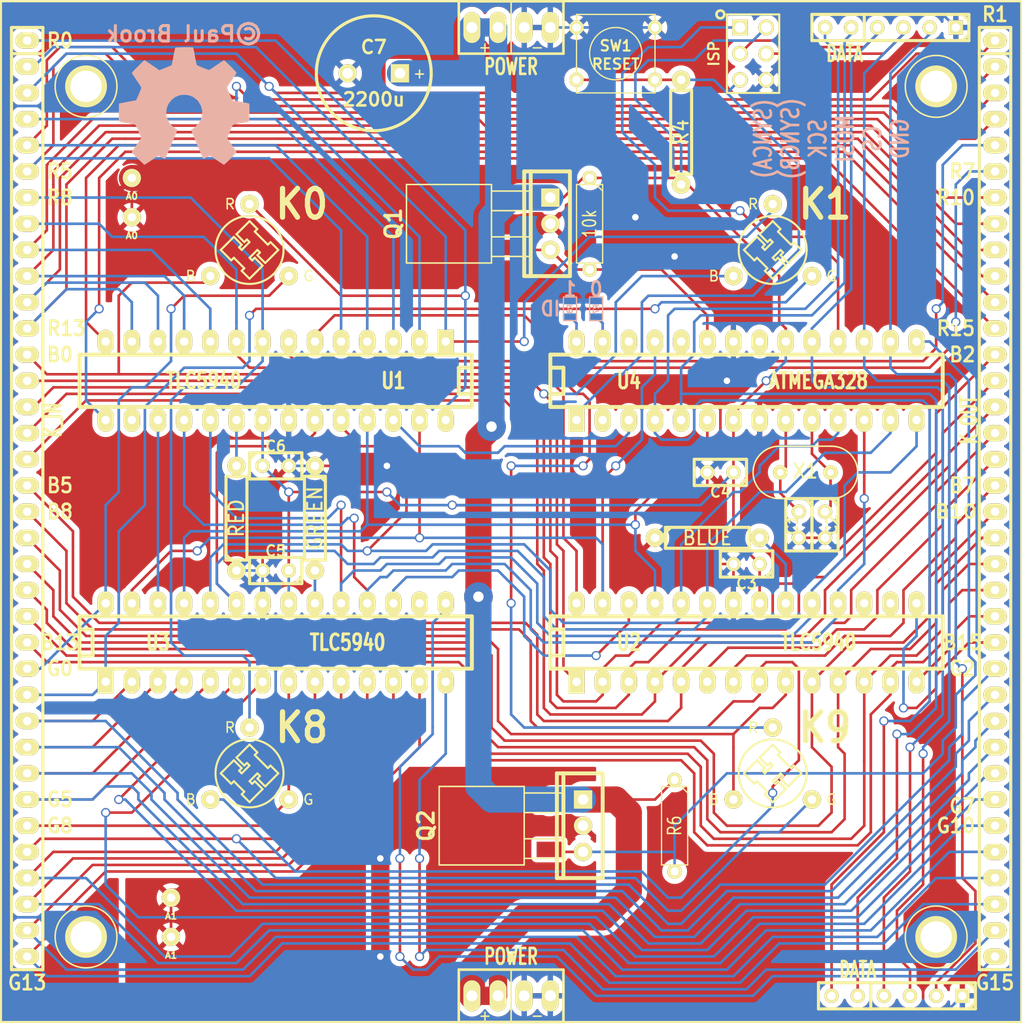
<source format=kicad_pcb>
(kicad_pcb (version 20221018) (generator pcbnew)
  (layers (0 "F.Cu" signal) (31 "B.Cu" signal) (34 "B.Paste" user) (35 "F.Paste" user) (36 "B.SilkS" user) (37 "F.SilkS" user) (38 "B.Mask" user) (39 "F.Mask" user) (44 "Edge.Cuts" user))
  (net 0 "")
  (net 1 "/5v")
  (net 2 "/A0")
  (net 3 "/A1")
  (net 4 "/BLANK")
  (net 5 "/BREF")
  (net 6 "/CS")
  (net 7 "/DCPRG")
  (net 8 "/GND")
  (net 9 "/GREF")
  (net 10 "/GSCK")
  (net 11 "/H0")
  (net 12 "/H1")
  (net 13 "/ID0")
  (net 14 "/ID1")
  (net 15 "/MISO")
  (net 16 "/MOSI")
  (net 17 "/RESET")
  (net 18 "/RREF")
  (net 19 "/SCK")
  (net 20 "/SCLK")
  (net 21 "/SIN")
  (net 22 "/SYNCA")
  (net 23 "/SYNCB")
  (net 24 "/VPRG")
  (net 25 "/XLAT")
  (net 26 "/b0")
  (net 27 "/b1")
  (net 28 "/b10")
  (net 29 "/b11")
  (net 30 "/b12")
  (net 31 "/b13")
  (net 32 "/b14")
  (net 33 "/b15")
  (net 34 "/b2")
  (net 35 "/b3")
  (net 36 "/b4")
  (net 37 "/b5")
  (net 38 "/b6")
  (net 39 "/b7")
  (net 40 "/b8")
  (net 41 "/b9")
  (net 42 "/g0")
  (net 43 "/g1")
  (net 44 "/g10")
  (net 45 "/g11")
  (net 46 "/g12")
  (net 47 "/g13")
  (net 48 "/g14")
  (net 49 "/g15")
  (net 50 "/g2")
  (net 51 "/g3")
  (net 52 "/g4")
  (net 53 "/g5")
  (net 54 "/g6")
  (net 55 "/g7")
  (net 56 "/g8")
  (net 57 "/g9")
  (net 58 "/r0")
  (net 59 "/r1")
  (net 60 "/r10")
  (net 61 "/r11")
  (net 62 "/r12")
  (net 63 "/r13")
  (net 64 "/r14")
  (net 65 "/r15")
  (net 66 "/r2")
  (net 67 "/r3")
  (net 68 "/r4")
  (net 69 "/r5")
  (net 70 "/r6")
  (net 71 "/r7")
  (net 72 "/r8")
  (net 73 "/r9")
  (net 74 "N-0000014")
  (net 75 "N-0000016")
  (net 76 "N-0000021")
  (net 77 "N-0000022")
  (footprint "rgb_cathode" (layer "F.Cu") (at 127 127)
    (fp_text reference "K9")
    (fp_text value "RGB_CATHODE" hide)
  )
  (footprint "rgb_cathode" (layer "F.Cu") (at 127 76.2)
    (fp_text reference "K1")
    (fp_text value "RGB_CATHODE" hide)
  )
  (footprint "rgb_cathode" (layer "F.Cu") (at 76.2 127)
    (fp_text reference "K8")
    (fp_text value "RGB_CATHODE" hide)
  )
  (footprint "rgb_cathode" (layer "F.Cu") (at 76.2 76.2)
    (fp_text reference "K0")
    (fp_text value "RGB_CATHODE" hide)
  )
  (footprint "TO220_VERT" (layer "F.Cu") (at 105.41 73.66 180)
    (fp_text reference "Q3" hide)
    (fp_text value "CONN_3" hide)
  )
  (footprint "TO220_VERT" (layer "F.Cu") (at 108.585 132.08 180)
    (fp_text reference "Q4" hide)
    (fp_text value "CONN_3" hide)
  )
  (footprint "SW_PUSH_SMALL" (layer "F.Cu") (at 111.76 57.15)
    (fp_text reference "SW1")
    (fp_text value "RESET")
  )
  (footprint "to252" (layer "F.Cu") (at 95.25 73.66 90)
    (fp_text reference "Q1")
    (fp_text value "AP4435GH" hide)
  )
  (footprint "to252" (layer "F.Cu") (at 98.425 132.08 90)
    (fp_text reference "Q2")
    (fp_text value "AP4435GH" hide)
  )
  (footprint "SIL-6" (layer "F.Cu") (at 138.43 54.61 180)
    (fp_text reference "P3" hide)
    (fp_text value "DATA")
  )
  (footprint "SIL-6" (layer "F.Cu") (at 139.065 148.59 180)
    (fp_text reference "P4" hide)
    (fp_text value "DATA")
  )
  (footprint "R3-5" (layer "F.Cu") (at 109.22 73.66 -90)
    (fp_text reference "R5" hide)
    (fp_text value "10k")
  )
  (footprint "R4-LARGE_PADS" (layer "F.Cu") (at 120.65 104.14)
    (fp_text reference "R2" hide)
    (fp_text value "BLUE")
  )
  (footprint "R4-LARGE_PADS" (layer "F.Cu") (at 74.93 102.235 90)
    (fp_text reference "R1" hide)
    (fp_text value "RED")
  )
  (footprint "R4-LARGE_PADS" (layer "F.Cu") (at 118.11 64.77 90)
    (fp_text reference "R4")
    (fp_text value "10k" hide)
  )
  (footprint "R4-LARGE_PADS" (layer "F.Cu") (at 82.55 102.235 -90)
    (fp_text reference "R3" hide)
    (fp_text value "GREEN")
  )
  (footprint "R3-5" (layer "F.Cu") (at 117.475 132.08 -90)
    (fp_text reference "R6")
    (fp_text value "10k" hide)
  )
  (footprint "PIN1" (layer "F.Cu") (at 68.58 139.065)
    (fp_text reference "P8" hide)
    (fp_text value "A1")
  )
  (footprint "PIN1" (layer "F.Cu") (at 64.77 69.215)
    (fp_text reference "P7" hide)
    (fp_text value "A0")
  )
  (footprint "power2" (layer "F.Cu") (at 101.6 148.59 180)
    (fp_text reference "P1" hide)
    (fp_text value "POWER")
  )
  (footprint "power2" (layer "F.Cu") (at 101.6 54.61 180)
    (fp_text reference "P2" hide)
    (fp_text value "POWER")
  )
  (footprint "isp" (layer "F.Cu") (at 125.095 57.15 -90)
    (fp_text reference "P5" hide)
    (fp_text value "ISP")
  )
  (footprint "DIP-28__300_ELL" (layer "F.Cu") (at 124.46 114.3)
    (fp_text reference "U2")
    (fp_text value "TLC5940")
  )
  (footprint "DIP-28__300_ELL" (layer "F.Cu") (at 78.74 114.3)
    (fp_text reference "U3")
    (fp_text value "TLC5940")
  )
  (footprint "DIP-28__300_ELL" (layer "F.Cu") (at 124.46 88.9)
    (fp_text reference "U4")
    (fp_text value "ATMEGA328")
  )
  (footprint "C1" (layer "F.Cu") (at 78.74 97.155)
    (fp_text reference "C6")
    (fp_text value "100n" hide)
  )
  (footprint "C1" (layer "F.Cu") (at 78.74 107.315 180)
    (fp_text reference "C5")
    (fp_text value "100n" hide)
  )
  (footprint "C1" (layer "F.Cu") (at 124.46 106.68 180)
    (fp_text reference "C3")
    (fp_text value "100n" hide)
  )
  (footprint "C1" (layer "F.Cu") (at 121.92 97.79 180)
    (fp_text reference "C4")
    (fp_text value "100n" hide)
  )
  (footprint "C1" (layer "F.Cu") (at 129.54 102.87 -90)
    (fp_text reference "C1")
    (fp_text value "22p" hide)
  )
  (footprint "C1" (layer "F.Cu") (at 132.08 102.87 -90)
    (fp_text reference "C2")
    (fp_text value "22p" hide)
  )
  (footprint "SIL-36" (layer "F.Cu") (at 148.59 87.63 -90)
    (fp_text reference "P9" hide)
    (fp_text value "K_OUT")
  )
  (footprint "SIL-36" (layer "F.Cu") (at 54.61 87.63 -90)
    (fp_text reference "P10" hide)
    (fp_text value "K_IN")
  )
  (footprint "DIP-28__300_ELL" (layer "F.Cu") (at 78.74 88.9 180)
    (fp_text reference "U1")
    (fp_text value "TLC5940")
  )
  (footprint "Crystal" (layer "F.Cu") (at 130.175 97.79 180)
    (fp_text reference "X1")
    (fp_text value "16MHz" hide)
  )
  (footprint "HOLE3" (layer "F.Cu") (at 60.325 60.325)
    (fp_text reference "P14" hide)
    (fp_text value "CONN_1" hide)
  )
  (footprint "HOLE3" (layer "F.Cu") (at 142.875 60.325)
    (fp_text reference "P11" hide)
    (fp_text value "CONN_1" hide)
  )
  (footprint "HOLE3" (layer "F.Cu") (at 60.325 142.875)
    (fp_text reference "P12" hide)
    (fp_text value "CONN_1" hide)
  )
  (footprint "HOLE3" (layer "F.Cu") (at 142.875 142.875)
    (fp_text reference "P13" hide)
    (fp_text value "CONN_1" hide)
  )
  (footprint "CP2V10" (layer "F.Cu") (at 88.265 59.055 180)
    (fp_text reference "C7")
    (fp_text value "2200u")
  )
  (footprint "PIN1" (layer "F.Cu") (at 68.58 142.875)
    (fp_text reference "P15" hide)
    (fp_text value "A1")
  )
  (footprint "PIN1" (layer "F.Cu") (at 64.77 73.025)
    (fp_text reference "P6" hide)
    (fp_text value "A0")
  )
  (footprint "OSMW_LOGO" (layer "B.Cu") (at 69.85 62.23)
    (fp_text reference "G***" hide)
    (fp_text value "LOGO" hide)
  )
  (footprint "SM0603" (layer "B.Cu") (at 109.855 81.915 -90)
    (fp_text reference "R7")
    (fp_text value "0" hide)
  )
  (footprint "SM0603" (layer "B.Cu") (at 107.315 81.915 -90)
    (fp_text reference "R8")
    (fp_text value "0" hide)
  )
  (gr_line (start 151.13 151.13) (end 151.13 52.07) (stroke (width 0.2)) (layer "F.SilkS"))
  (gr_line (start 52.07 151.13) (end 151.13 151.13) (stroke (width 0.2)) (layer "F.SilkS"))
  (gr_line (start 52.07 52.07) (end 151.13 52.07) (stroke (width 0.2)) (layer "F.SilkS"))
  (gr_line (start 52.07 52.07) (end 52.07 151.13) (stroke (width 0.2)) (layer "F.SilkS"))
  (gr_text "(SYNCA)\n(SYNCB)\nSCK\nMOSI\nCS\nGND" (at 132.715 65.405 90) (layer "B.SilkS") (effects (font (size 1.651 1.27) (thickness 0.254)) (justify mirror)))
  (gr_text "©Paul Brook" (at 69.85 55.245) (layer "B.SilkS") (effects (font (size 1.5 1.5) (thickness 0.3)) (justify mirror)))
  (gr_text "1" (at 107.315 80.01) (layer "B.SilkS") (effects (font (size 1.397 1.27) (thickness 0.254)) (justify mirror)))
  (gr_text "ID" (at 105.41 81.915) (layer "B.SilkS") (effects (font (size 1.397 1.27) (thickness 0.254)) (justify mirror)))
  (gr_text "0" (at 109.855 80.01) (layer "B.SilkS") (effects (font (size 1.397 1.27) (thickness 0.254)) (justify mirror)))
  (gr_text "R5" (at 57.785 68.58) (layer "F.SilkS") (effects (font (size 1.397 1.27) (thickness 0.254))))
  (gr_text "R13" (at 58.42 83.82) (layer "F.SilkS") (effects (font (size 1.397 1.27) (thickness 0.254))))
  (gr_text "R15" (at 144.78 83.82) (layer "F.SilkS") (effects (font (size 1.397 1.27) (thickness 0.254))))
  (gr_text "B2" (at 145.415 86.36) (layer "F.SilkS") (effects (font (size 1.397 1.27) (thickness 0.254))))
  (gr_text "B10" (at 144.78 101.6) (layer "F.SilkS") (effects (font (size 1.27 1.397) (thickness 0.254))))
  (gr_text "G15" (at 148.59 147.32) (layer "F.SilkS") (effects (font (size 1.397 1.27) (thickness 0.254))))
  (gr_text "B15" (at 145.415 114.3) (layer "F.SilkS") (effects (font (size 1.397 1.27) (thickness 0.254))))
  (gr_text "R7" (at 145.415 68.58) (layer "F.SilkS") (effects (font (size 1.397 1.27) (thickness 0.254))))
  (gr_text "G0" (at 57.785 116.84) (layer "F.SilkS") (effects (font (size 1.397 1.27) (thickness 0.254))))
  (gr_text "G5" (at 57.785 129.54) (layer "F.SilkS") (effects (font (size 1.397 1.27) (thickness 0.254))))
  (gr_text "B13" (at 57.785 114.3) (layer "F.SilkS") (effects (font (size 1.397 1.27) (thickness 0.254))))
  (gr_text "R10" (at 144.78 71.12) (layer "F.SilkS") (effects (font (size 1.397 1.27) (thickness 0.254))))
  (gr_text "G7" (at 145.415 130.175) (layer "F.SilkS") (effects (font (size 1.397 1.27) (thickness 0.254))))
  (gr_text "R8" (at 57.785 71.12) (layer "F.SilkS") (effects (font (size 1.397 1.27) (thickness 0.254))))
  (gr_text "B7" (at 145.415 99.06) (layer "F.SilkS") (effects (font (size 1.397 1.27) (thickness 0.254))))
  (gr_text "B0" (at 57.785 86.36) (layer "F.SilkS") (effects (font (size 1.397 1.27) (thickness 0.254))))
  (gr_text "G8" (at 57.785 132.08) (layer "F.SilkS") (effects (font (size 1.397 1.27) (thickness 0.254))))
  (gr_text "B5" (at 57.785 99.06) (layer "F.SilkS") (effects (font (size 1.397 1.27) (thickness 0.254))))
  (gr_text "B8" (at 57.785 101.6) (layer "F.SilkS") (effects (font (size 1.397 1.27) (thickness 0.254))))
  (gr_text "G13" (at 54.61 147.32) (layer "F.SilkS") (effects (font (size 1.397 1.27) (thickness 0.254))))
  (gr_text "R0" (at 57.785 55.88) (layer "F.SilkS") (effects (font (size 1.397 1.27) (thickness 0.254))))
  (gr_text "R1" (at 148.59 53.34) (layer "F.SilkS") (effects (font (size 1.397 1.27) (thickness 0.254))))
  (gr_text "G2" (at 145.415 116.84) (layer "F.SilkS") (effects (font (size 1.397 1.27) (thickness 0.254))))
  (gr_text "G10" (at 144.78 132.08) (layer "F.SilkS") (effects (font (size 1.397 1.27) (thickness 0.254))))
  (segment (start 125.73 106.68) (end 125.73 110.49) (width 0.254) (layer "F.Cu") (net 1))
  (segment (start 123.19 104.14) (end 125.73 106.68) (width 0.254) (layer "F.Cu") (net 1))
  (segment (start 80.01 99.695) (end 80.01 107.315) (width 0.254) (layer "F.Cu") (net 1))
  (segment (start 102.39 71.12) (end 102.15 71.36) (width 1.778) (layer "F.Cu") (net 1))
  (segment (start 106.68 71.12) (end 107.95 69.85) (width 0.254) (layer "F.Cu") (net 1))
  (segment (start 127.635 83.185) (end 128.27 83.82) (width 0.254) (layer "F.Cu") (net 1))
  (segment (start 128.27 83.82) (end 128.27 85.09) (width 0.254) (layer "F.Cu") (net 1))
  (segment (start 99.695 93.345) (end 98.425 94.615) (width 2.54) (layer "F.Cu") (net 1))
  (segment (start 98.425 94.615) (end 98.425 100.965) (width 2.54) (layer "F.Cu") (net 1))
  (segment (start 105.565 129.54) (end 105.325 129.78) (width 1.778) (layer "F.Cu") (net 1))
  (segment (start 123.19 92.075) (end 126.365 88.9) (width 0.254) (layer "F.Cu") (net 1))
  (segment (start 111.76 129.54) (end 113.03 130.81) (width 2.54) (layer "F.Cu") (net 1))
  (segment (start 113.03 130.81) (end 113.03 138.43) (width 2.54) (layer "F.Cu") (net 1))
  (segment (start 113.03 138.43) (end 110.49 140.97) (width 2.54) (layer "F.Cu") (net 1))
  (segment (start 110.49 140.97) (end 102.87 140.97) (width 2.54) (layer "F.Cu") (net 1))
  (segment (start 102.87 140.97) (end 100.33 143.51) (width 2.54) (layer "F.Cu") (net 1))
  (segment (start 100.33 143.51) (end 100.33 148.59) (width 1.778) (layer "F.Cu") (net 1))
  (segment (start 95.885 100.965) (end 98.425 100.965) (width 0.254) (layer "F.Cu") (net 1))
  (segment (start 98.425 100.965) (end 98.425 109.855) (width 2.54) (layer "F.Cu") (net 1))
  (segment (start 115.57 129.54) (end 117.475 127.635) (width 0.254) (layer "F.Cu") (net 1))
  (segment (start 108.585 69.215) (end 107.95 69.85) (width 0.254) (layer "F.Cu") (net 1))
  (segment (start 117.475 69.215) (end 109.22 69.215) (width 0.254) (layer "F.Cu") (net 1))
  (segment (start 118.745 69.85) (end 127.635 78.74) (width 0.254) (layer "F.Cu") (net 1))
  (segment (start 127.635 78.74) (end 127.635 83.185) (width 0.254) (layer "F.Cu") (net 1))
  (segment (start 97.79 146.05) (end 100.33 143.51) (width 2.54) (layer "F.Cu") (net 1))
  (segment (start 100.33 148.59) (end 97.79 148.59) (width 1.778) (layer "F.Cu") (net 1))
  (segment (start 118.11 69.85) (end 118.745 69.85) (width 0.254) (layer "F.Cu") (net 1))
  (segment (start 125.73 107.315) (end 125.73 106.68) (width 0.254) (layer "F.Cu") (net 1))
  (segment (start 123.19 97.79) (end 123.19 92.71) (width 0.254) (layer "F.Cu") (net 1))
  (segment (start 105.41 71.12) (end 102.39 71.12) (width 1.778) (layer "F.Cu") (net 1))
  (segment (start 118.11 69.85) (end 117.475 69.215) (width 0.254) (layer "F.Cu") (net 1))
  (segment (start 108.585 129.54) (end 111.76 129.54) (width 2.54) (layer "F.Cu") (net 1))
  (segment (start 108.585 129.54) (end 105.565 129.54) (width 1.778) (layer "F.Cu") (net 1))
  (segment (start 105.41 71.12) (end 106.68 71.12) (width 0.254) (layer "F.Cu") (net 1))
  (segment (start 108.585 129.54) (end 115.57 129.54) (width 0.254) (layer "F.Cu") (net 1))
  (segment (start 97.79 148.59) (end 97.79 146.05) (width 2.54) (layer "F.Cu") (net 1))
  (segment (start 123.19 92.71) (end 123.19 92.075) (width 0.254) (layer "F.Cu") (net 1))
  (segment (start 123.19 97.79) (end 123.19 104.14) (width 0.254) (layer "F.Cu") (net 1))
  (segment (start 109.22 69.215) (end 108.585 69.215) (width 0.254) (layer "F.Cu") (net 1))
  (segment (start 80.01 99.695) (end 89.535 99.695) (width 0.254) (layer "F.Cu") (net 1))
  (via (at 80.01 99.695) (size 0.889) (drill 0.635) (layers "F.Cu" "B.Cu") (net 1))
  (via (at 89.535 99.695) (size 0.889) (drill 0.635) (layers "F.Cu" "B.Cu") (net 1))
  (via (at 98.425 109.855) (size 2.794) (drill 1.016) (layers "F.Cu" "B.Cu") (net 1))
  (via (at 99.695 93.345) (size 2.794) (drill 1.016) (layers "F.Cu" "B.Cu") (net 1))
  (via (at 126.365 88.9) (size 0.889) (drill 0.635) (layers "F.Cu" "B.Cu") (net 1))
  (via (at 95.885 100.965) (size 0.889) (drill 0.635) (layers "F.Cu" "B.Cu") (net 1))
  (segment (start 89.535 99.695) (end 90.805 100.965) (width 0.254) (layer "B.Cu") (net 1))
  (segment (start 90.805 100.965) (end 95.885 100.965) (width 0.254) (layer "B.Cu") (net 1))
  (segment (start 120.015 100.965) (end 123.19 97.79) (width 0.254) (layer "B.Cu") (net 1))
  (segment (start 101.6 71.12) (end 99.695 73.025) (width 2.54) (layer "B.Cu") (net 1))
  (segment (start 99.695 73.025) (end 99.695 93.345) (width 2.54) (layer "B.Cu") (net 1))
  (segment (start 98.425 109.855) (end 98.425 128.27) (width 2.54) (layer "B.Cu") (net 1))
  (segment (start 99.695 129.54) (end 98.425 128.27) (width 2.54) (layer "B.Cu") (net 1))
  (segment (start 126.365 88.9) (end 128.27 86.995) (width 0.254) (layer "B.Cu") (net 1))
  (segment (start 128.27 86.995) (end 128.27 85.09) (width 0.254) (layer "B.Cu") (net 1))
  (segment (start 100.33 72.39) (end 99.695 73.025) (width 2.54) (layer "B.Cu") (net 1))
  (segment (start 95.885 100.965) (end 112.395 100.965) (width 0.254) (layer "B.Cu") (net 1))
  (segment (start 97.79 59.055) (end 100.33 59.055) (width 2.54) (layer "B.Cu") (net 1))
  (segment (start 125.095 55.88) (end 121.285 55.88) (width 0.254) (layer "B.Cu") (net 1))
  (segment (start 121.285 55.88) (end 119.38 57.785) (width 0.254) (layer "B.Cu") (net 1))
  (segment (start 113.665 59.69) (end 113.665 61.595) (width 0.254) (layer "B.Cu") (net 1))
  (segment (start 114.935 57.785) (end 113.665 59.055) (width 0.254) (layer "B.Cu") (net 1))
  (segment (start 113.665 59.055) (end 113.665 59.69) (width 0.254) (layer "B.Cu") (net 1))
  (segment (start 118.11 66.04) (end 118.11 69.85) (width 0.254) (layer "B.Cu") (net 1))
  (segment (start 100.33 59.055) (end 100.33 72.39) (width 2.54) (layer "B.Cu") (net 1))
  (segment (start 101.6 71.12) (end 105.41 71.12) (width 2.54) (layer "B.Cu") (net 1))
  (segment (start 100.33 54.61) (end 100.33 59.055) (width 1.778) (layer "B.Cu") (net 1))
  (segment (start 80.01 107.315) (end 80.01 110.49) (width 0.254) (layer "B.Cu") (net 1))
  (segment (start 97.79 54.61) (end 97.79 59.055) (width 2.54) (layer "B.Cu") (net 1))
  (segment (start 77.47 97.155) (end 80.01 99.695) (width 0.254) (layer "B.Cu") (net 1))
  (segment (start 112.395 100.965) (end 120.015 100.965) (width 0.254) (layer "B.Cu") (net 1))
  (segment (start 77.47 92.71) (end 77.47 97.155) (width 0.254) (layer "B.Cu") (net 1))
  (segment (start 108.585 129.54) (end 99.695 129.54) (width 2.54) (layer "B.Cu") (net 1))
  (segment (start 90.805 59.055) (end 97.79 59.055) (width 2.54) (layer "B.Cu") (net 1))
  (segment (start 113.665 61.595) (end 118.11 66.04) (width 0.254) (layer "B.Cu") (net 1))
  (segment (start 126.365 54.61) (end 125.095 55.88) (width 0.254) (layer "B.Cu") (net 1))
  (segment (start 97.79 54.61) (end 100.33 54.61) (width 1.778) (layer "B.Cu") (net 1))
  (segment (start 119.38 57.785) (end 114.935 57.785) (width 0.254) (layer "B.Cu") (net 1))
  (segment (start 102.39 76.2) (end 102.15 75.96) (width 0.254) (layer "F.Cu") (net 2))
  (segment (start 107.315 78.105) (end 105.41 76.2) (width 0.254) (layer "F.Cu") (net 2))
  (segment (start 120.65 82.55) (end 116.205 78.105) (width 0.254) (layer "F.Cu") (net 2))
  (segment (start 120.65 85.09) (end 120.65 82.55) (width 0.254) (layer "F.Cu") (net 2))
  (segment (start 105.41 76.2) (end 102.39 76.2) (width 0.254) (layer "F.Cu") (net 2))
  (segment (start 109.22 78.105) (end 107.315 78.105) (width 0.254) (layer "F.Cu") (net 2))
  (segment (start 109.22 78.105) (end 116.205 78.105) (width 0.254) (layer "F.Cu") (net 2))
  (segment (start 105.565 134.62) (end 105.325 134.38) (width 0.254) (layer "F.Cu") (net 3))
  (segment (start 108.585 134.62) (end 105.565 134.62) (width 0.254) (layer "F.Cu") (net 3))
  (segment (start 142.24 85.09) (end 146.05 88.9) (width 0.254) (layer "B.Cu") (net 3))
  (segment (start 146.05 88.9) (end 146.05 115.57) (width 0.254) (layer "B.Cu") (net 3))
  (segment (start 146.05 115.57) (end 146.685 116.205) (width 0.254) (layer "B.Cu") (net 3))
  (segment (start 146.685 116.205) (end 146.685 117.475) (width 0.254) (layer "B.Cu") (net 3))
  (segment (start 146.685 117.475) (end 145.415 118.745) (width 0.254) (layer "B.Cu") (net 3))
  (segment (start 144.78 119.38) (end 144.78 122.555) (width 0.254) (layer "B.Cu") (net 3))
  (segment (start 117.475 133.985) (end 117.475 134.62) (width 0.254) (layer "B.Cu") (net 3))
  (segment (start 117.475 134.62) (end 117.475 136.525) (width 0.254) (layer "B.Cu") (net 3))
  (segment (start 143.51 125.095) (end 141.605 127) (width 0.254) (layer "B.Cu") (net 3))
  (segment (start 143.51 123.825) (end 144.78 122.555) (width 0.254) (layer "B.Cu") (net 3))
  (segment (start 117.475 132.08) (end 122.555 127) (width 0.254) (layer "B.Cu") (net 3))
  (segment (start 122.555 127) (end 141.605 127) (width 0.254) (layer "B.Cu") (net 3))
  (segment (start 145.415 118.745) (end 144.78 119.38) (width 0.254) (layer "B.Cu") (net 3))
  (segment (start 108.585 134.62) (end 115.57 134.62) (width 0.254) (layer "B.Cu") (net 3))
  (segment (start 140.97 85.09) (end 142.24 85.09) (width 0.254) (layer "B.Cu") (net 3))
  (segment (start 117.475 133.985) (end 117.475 132.08) (width 0.254) (layer "B.Cu") (net 3))
  (segment (start 143.51 125.095) (end 143.51 123.825) (width 0.254) (layer "B.Cu") (net 3))
  (segment (start 115.57 134.62) (end 117.475 134.62) (width 0.254) (layer "B.Cu") (net 3))
  (segment (start 73.025 108.585) (end 73.025 106.68) (width 0.254) (layer "F.Cu") (net 4))
  (segment (start 73.025 100.965) (end 73.025 106.68) (width 0.254) (layer "F.Cu") (net 4))
  (segment (start 82.55 93.98) (end 81.28 95.25) (width 0.254) (layer "F.Cu") (net 4))
  (segment (start 81.28 95.25) (end 73.66 95.25) (width 0.254) (layer "F.Cu") (net 4))
  (segment (start 73.66 95.25) (end 73.025 95.885) (width 0.254) (layer "F.Cu") (net 4))
  (segment (start 73.025 95.885) (end 73.025 100.965) (width 0.254) (layer "F.Cu") (net 4))
  (segment (start 82.55 92.71) (end 82.55 93.98) (width 0.254) (layer "F.Cu") (net 4))
  (segment (start 74.93 110.49) (end 73.025 108.585) (width 0.254) (layer "F.Cu") (net 4))
  (segment (start 120.65 111.76) (end 119.38 113.03) (width 0.254) (layer "B.Cu") (net 4))
  (segment (start 119.38 113.03) (end 106.045 113.03) (width 0.254) (layer "B.Cu") (net 4))
  (segment (start 106.045 113.03) (end 104.775 111.76) (width 0.254) (layer "B.Cu") (net 4))
  (segment (start 104.775 111.76) (end 104.775 107.95) (width 0.254) (layer "B.Cu") (net 4))
  (segment (start 104.775 107.95) (end 103.505 106.68) (width 0.254) (layer "B.Cu") (net 4))
  (segment (start 76.2 105.41) (end 84.455 105.41) (width 0.254) (layer "B.Cu") (net 4))
  (segment (start 84.455 105.41) (end 85.725 106.68) (width 0.254) (layer "B.Cu") (net 4))
  (segment (start 73.025 108.585) (end 73.025 106.68) (width 0.254) (layer "B.Cu") (net 4))
  (segment (start 73.025 106.68) (end 74.295 105.41) (width 0.254) (layer "B.Cu") (net 4))
  (segment (start 74.295 105.41) (end 76.2 105.41) (width 0.254) (layer "B.Cu") (net 4))
  (segment (start 88.265 106.68) (end 85.725 106.68) (width 0.254) (layer "B.Cu") (net 4))
  (segment (start 88.9 106.045) (end 93.98 106.045) (width 0.254) (layer "B.Cu") (net 4))
  (segment (start 102.87 106.045) (end 103.505 106.68) (width 0.254) (layer "B.Cu") (net 4))
  (segment (start 102.235 105.41) (end 94.615 105.41) (width 0.254) (layer "B.Cu") (net 4))
  (segment (start 94.615 105.41) (end 93.98 106.045) (width 0.254) (layer "B.Cu") (net 4))
  (segment (start 137.16 95.25) (end 138.43 93.98) (width 0.254) (layer "B.Cu") (net 4))
  (segment (start 138.43 93.98) (end 138.43 92.71) (width 0.254) (layer "B.Cu") (net 4))
  (segment (start 125.73 99.695) (end 128.27 99.695) (width 0.254) (layer "B.Cu") (net 4))
  (segment (start 128.27 99.695) (end 131.445 96.52) (width 0.254) (layer "B.Cu") (net 4))
  (segment (start 132.08 95.885) (end 135.255 95.885) (width 0.254) (layer "B.Cu") (net 4))
  (segment (start 136.525 95.885) (end 137.16 95.25) (width 0.254) (layer "B.Cu") (net 4))
  (segment (start 102.87 106.045) (end 102.235 105.41) (width 0.254) (layer "B.Cu") (net 4))
  (segment (start 120.65 110.49) (end 120.65 111.76) (width 0.254) (layer "B.Cu") (net 4))
  (segment (start 135.255 95.885) (end 136.525 95.885) (width 0.254) (layer "B.Cu") (net 4))
  (segment (start 88.265 106.68) (end 88.9 106.045) (width 0.254) (layer "B.Cu") (net 4))
  (segment (start 74.93 110.49) (end 73.025 108.585) (width 0.254) (layer "B.Cu") (net 4))
  (segment (start 120.65 110.49) (end 120.65 104.775) (width 0.254) (layer "B.Cu") (net 4))
  (segment (start 120.65 104.775) (end 125.73 99.695) (width 0.254) (layer "B.Cu") (net 4))
  (segment (start 131.445 96.52) (end 132.08 95.885) (width 0.254) (layer "B.Cu") (net 4))
  (segment (start 128.27 106.68) (end 125.73 104.14) (width 0.254) (layer "B.Cu") (net 5))
  (segment (start 128.27 110.49) (end 128.27 106.68) (width 0.254) (layer "B.Cu") (net 5))
  (segment (start 145.415 116.84) (end 145.415 132.08) (width 0.254) (layer "F.Cu") (net 6))
  (segment (start 142.875 147.32) (end 142.875 148.59) (width 0.254) (layer "F.Cu") (net 6))
  (segment (start 146.685 143.51) (end 146.685 138.43) (width 0.254) (layer "F.Cu") (net 6))
  (segment (start 146.685 138.43) (end 145.415 137.16) (width 0.254) (layer "F.Cu") (net 6))
  (segment (start 142.875 147.32) (end 146.685 143.51) (width 0.254) (layer "F.Cu") (net 6))
  (segment (start 145.415 132.08) (end 145.415 137.16) (width 0.254) (layer "F.Cu") (net 6))
  (via (at 145.415 116.84) (size 0.889) (drill 0.635) (layers "F.Cu" "B.Cu") (net 6))
  (segment (start 144.78 116.205) (end 145.415 116.84) (width 0.254) (layer "B.Cu") (net 6))
  (segment (start 138.43 87.63) (end 139.065 88.265) (width 0.254) (layer "B.Cu") (net 6))
  (segment (start 139.065 88.265) (end 144.145 88.265) (width 0.254) (layer "B.Cu") (net 6))
  (segment (start 144.78 88.9) (end 144.78 116.205) (width 0.254) (layer "B.Cu") (net 6))
  (segment (start 142.24 55.245) (end 138.43 59.055) (width 0.254) (layer "B.Cu") (net 6))
  (segment (start 138.43 82.55) (end 138.43 59.055) (width 0.254) (layer "B.Cu") (net 6))
  (segment (start 138.43 85.09) (end 138.43 87.63) (width 0.254) (layer "B.Cu") (net 6))
  (segment (start 142.24 54.61) (end 142.24 55.245) (width 0.254) (layer "B.Cu") (net 6))
  (segment (start 138.43 85.09) (end 138.43 82.55) (width 0.254) (layer "B.Cu") (net 6))
  (segment (start 144.145 88.265) (end 144.78 88.9) (width 0.254) (layer "B.Cu") (net 6))
  (segment (start 85.09 110.49) (end 85.09 100.965) (width 0.254) (layer "F.Cu") (net 7))
  (via (at 85.09 100.965) (size 0.889) (drill 0.635) (layers "F.Cu" "B.Cu") (net 7))
  (segment (start 130.81 111.76) (end 128.905 113.665) (width 0.254) (layer "B.Cu") (net 7))
  (segment (start 128.905 113.665) (end 105.41 113.665) (width 0.254) (layer "B.Cu") (net 7))
  (segment (start 105.41 113.665) (end 104.14 112.395) (width 0.254) (layer "B.Cu") (net 7))
  (segment (start 104.14 112.395) (end 104.14 108.585) (width 0.254) (layer "B.Cu") (net 7))
  (segment (start 104.14 108.585) (end 102.87 107.315) (width 0.254) (layer "B.Cu") (net 7))
  (segment (start 86.36 107.315) (end 85.09 108.585) (width 0.254) (layer "B.Cu") (net 7))
  (segment (start 85.09 108.585) (end 85.09 110.49) (width 0.254) (layer "B.Cu") (net 7))
  (segment (start 73.66 100.965) (end 72.39 99.695) (width 0.254) (layer "B.Cu") (net 7))
  (segment (start 72.39 99.695) (end 72.39 92.71) (width 0.254) (layer "B.Cu") (net 7))
  (segment (start 88.9 107.315) (end 86.36 107.315) (width 0.254) (layer "B.Cu") (net 7))
  (segment (start 89.535 106.68) (end 94.615 106.68) (width 0.254) (layer "B.Cu") (net 7))
  (segment (start 102.235 106.68) (end 102.87 107.315) (width 0.254) (layer "B.Cu") (net 7))
  (segment (start 83.82 102.235) (end 74.93 102.235) (width 0.254) (layer "B.Cu") (net 7))
  (segment (start 74.93 102.235) (end 73.66 100.965) (width 0.254) (layer "B.Cu") (net 7))
  (segment (start 101.6 106.045) (end 95.25 106.045) (width 0.254) (layer "B.Cu") (net 7))
  (segment (start 95.25 106.045) (end 94.615 106.68) (width 0.254) (layer "B.Cu") (net 7))
  (segment (start 130.81 109.22) (end 133.985 106.045) (width 0.254) (layer "B.Cu") (net 7))
  (segment (start 139.7 96.52) (end 140.97 95.25) (width 0.254) (layer "B.Cu") (net 7))
  (segment (start 140.97 95.25) (end 140.97 92.71) (width 0.254) (layer "B.Cu") (net 7))
  (segment (start 133.985 99.06) (end 135.255 97.79) (width 0.254) (layer "B.Cu") (net 7))
  (segment (start 138.43 97.79) (end 139.7 96.52) (width 0.254) (layer "B.Cu") (net 7))
  (segment (start 130.81 110.49) (end 130.81 109.22) (width 0.254) (layer "B.Cu") (net 7))
  (segment (start 85.09 100.965) (end 83.82 102.235) (width 0.254) (layer "B.Cu") (net 7))
  (segment (start 88.9 107.315) (end 89.535 106.68) (width 0.254) (layer "B.Cu") (net 7))
  (segment (start 133.985 106.045) (end 133.985 99.06) (width 0.254) (layer "B.Cu") (net 7))
  (segment (start 135.255 97.79) (end 138.43 97.79) (width 0.254) (layer "B.Cu") (net 7))
  (segment (start 102.235 106.68) (end 101.6 106.045) (width 0.254) (layer "B.Cu") (net 7))
  (segment (start 130.81 110.49) (end 130.81 111.76) (width 0.254) (layer "B.Cu") (net 7))
  (segment (start 118.11 106.68) (end 123.19 106.68) (width 0.254) (layer "F.Cu") (net 8))
  (segment (start 77.47 99.695) (end 77.47 107.315) (width 0.254) (layer "F.Cu") (net 8))
  (segment (start 89.535 97.155) (end 82.55 97.155) (width 0.254) (layer "F.Cu") (net 8))
  (segment (start 120.65 99.06) (end 115.57 104.14) (width 0.254) (layer "F.Cu") (net 8))
  (segment (start 141.605 144.145) (end 142.875 142.875) (width 0.254) (layer "F.Cu") (net 8))
  (segment (start 122.555 88.9) (end 121.92 89.535) (width 0.254) (layer "F.Cu") (net 8))
  (segment (start 121.92 89.535) (end 121.92 96.52) (width 0.254) (layer "F.Cu") (net 8))
  (segment (start 121.92 96.52) (end 120.65 97.79) (width 0.254) (layer "F.Cu") (net 8))
  (segment (start 123.19 82.55) (end 117.475 76.835) (width 0.254) (layer "F.Cu") (net 8))
  (segment (start 117.475 76.835) (end 113.665 73.025) (width 0.254) (layer "F.Cu") (net 8))
  (segment (start 88.9 135.255) (end 88.9 144.78) (width 1.778) (layer "F.Cu") (net 8))
  (segment (start 129.54 104.14) (end 125.73 100.33) (width 0.254) (layer "F.Cu") (net 8))
  (segment (start 123.19 110.49) (end 123.19 106.68) (width 0.254) (layer "F.Cu") (net 8))
  (segment (start 115.57 104.14) (end 118.11 106.68) (width 0.254) (layer "F.Cu") (net 8))
  (segment (start 125.73 92.71) (end 125.73 100.33) (width 0.254) (layer "F.Cu") (net 8))
  (segment (start 80.01 97.155) (end 77.47 99.695) (width 0.254) (layer "F.Cu") (net 8))
  (segment (start 123.19 85.09) (end 123.19 82.55) (width 0.254) (layer "F.Cu") (net 8))
  (segment (start 132.08 104.14) (end 129.54 104.14) (width 0.254) (layer "F.Cu") (net 8))
  (segment (start 120.65 97.79) (end 120.65 99.06) (width 0.254) (layer "F.Cu") (net 8))
  (segment (start 141.605 149.86) (end 141.605 144.145) (width 0.254) (layer "F.Cu") (net 8))
  (via (at 122.555 88.9) (size 0.889) (drill 0.635) (layers "F.Cu" "B.Cu") (net 8))
  (via (at 88.9 135.255) (size 0.889) (drill 0.635) (layers "F.Cu" "B.Cu") (net 8))
  (via (at 89.535 97.155) (size 0.889) (drill 0.635) (layers "F.Cu" "B.Cu") (net 8))
  (via (at 117.475 76.835) (size 0.889) (drill 0.635) (layers "F.Cu" "B.Cu") (net 8))
  (via (at 88.9 144.78) (size 0.889) (drill 0.635) (layers "F.Cu" "B.Cu") (net 8))
  (via (at 113.665 73.025) (size 0.889) (drill 0.635) (layers "F.Cu" "B.Cu") (net 8))
  (segment (start 125.73 93.98) (end 123.825 95.885) (width 0.254) (layer "B.Cu") (net 8))
  (segment (start 122.555 95.885) (end 120.65 97.79) (width 0.254) (layer "B.Cu") (net 8))
  (segment (start 91.44 99.06) (end 89.535 97.155) (width 0.254) (layer "B.Cu") (net 8))
  (segment (start 102.87 57.785) (end 107.95 62.865) (width 0.254) (layer "B.Cu") (net 8))
  (segment (start 77.47 111.125) (end 78.74 112.395) (width 0.254) (layer "B.Cu") (net 8))
  (segment (start 78.74 112.395) (end 78.74 125.095) (width 0.254) (layer "B.Cu") (net 8))
  (segment (start 78.74 125.095) (end 88.9 135.255) (width 0.254) (layer "B.Cu") (net 8))
  (segment (start 88.9 144.78) (end 91.44 147.32) (width 0.254) (layer "B.Cu") (net 8))
  (segment (start 91.44 147.32) (end 93.98 147.32) (width 0.254) (layer "B.Cu") (net 8))
  (segment (start 93.98 147.32) (end 95.885 145.415) (width 0.254) (layer "B.Cu") (net 8))
  (segment (start 95.885 145.415) (end 102.235 145.415) (width 0.254) (layer "B.Cu") (net 8))
  (segment (start 102.235 145.415) (end 102.87 146.05) (width 0.254) (layer "B.Cu") (net 8))
  (segment (start 144.145 149.86) (end 145.415 148.59) (width 0.254) (layer "B.Cu") (net 8))
  (segment (start 143.51 53.34) (end 144.78 54.61) (width 0.254) (layer "B.Cu") (net 8))
  (segment (start 113.665 68.58) (end 107.95 62.865) (width 0.254) (layer "B.Cu") (net 8))
  (segment (start 58.42 62.23) (end 53.34 62.23) (width 0.254) (layer "B.Cu") (net 8))
  (segment (start 108.585 149.86) (end 144.145 149.86) (width 0.254) (layer "B.Cu") (net 8))
  (segment (start 107.315 148.59) (end 108.585 149.86) (width 0.254) (layer "B.Cu") (net 8))
  (segment (start 58.42 140.97) (end 53.34 140.97) (width 0.254) (layer "B.Cu") (net 8))
  (segment (start 123.19 88.265) (end 122.555 88.9) (width 0.254) (layer "B.Cu") (net 8))
  (segment (start 128.905 57.15) (end 128.905 53.34) (width 0.254) (layer "B.Cu") (net 8))
  (segment (start 128.905 53.34) (end 143.51 53.34) (width 0.254) (layer "B.Cu") (net 8))
  (segment (start 116.84 53.34) (end 128.905 53.34) (width 0.254) (layer "B.Cu") (net 8))
  (segment (start 113.665 73.025) (end 113.665 68.58) (width 0.254) (layer "B.Cu") (net 8))
  (segment (start 80.01 97.155) (end 82.55 97.155) (width 0.254) (layer "B.Cu") (net 8))
  (segment (start 105.41 148.59) (end 107.315 148.59) (width 0.254) (layer "B.Cu") (net 8))
  (segment (start 105.41 54.61) (end 107.95 54.61) (width 0.254) (layer "B.Cu") (net 8))
  (segment (start 126.365 59.69) (end 128.905 57.15) (width 0.254) (layer "B.Cu") (net 8))
  (segment (start 80.01 92.71) (end 80.01 97.155) (width 0.254) (layer "B.Cu") (net 8))
  (segment (start 120.65 97.79) (end 119.38 99.06) (width 0.254) (layer "B.Cu") (net 8))
  (segment (start 102.87 148.59) (end 102.87 146.05) (width 0.254) (layer "B.Cu") (net 8))
  (segment (start 107.95 54.61) (end 115.57 54.61) (width 0.254) (layer "B.Cu") (net 8))
  (segment (start 77.47 107.315) (end 74.93 107.315) (width 0.254) (layer "B.Cu") (net 8))
  (segment (start 77.47 107.315) (end 77.47 110.49) (width 0.254) (layer "B.Cu") (net 8))
  (segment (start 123.825 95.885) (end 122.555 95.885) (width 0.254) (layer "B.Cu") (net 8))
  (segment (start 119.38 99.06) (end 91.44 99.06) (width 0.254) (layer "B.Cu") (net 8))
  (segment (start 60.325 60.325) (end 58.42 62.23) (width 0.254) (layer "B.Cu") (net 8))
  (segment (start 102.87 54.61) (end 102.87 57.785) (width 0.254) (layer "B.Cu") (net 8))
  (segment (start 60.325 142.875) (end 58.42 140.97) (width 0.254) (layer "B.Cu") (net 8))
  (segment (start 115.57 54.61) (end 116.84 53.34) (width 0.254) (layer "B.Cu") (net 8))
  (segment (start 102.87 54.61) (end 105.41 54.61) (width 0.254) (layer "B.Cu") (net 8))
  (segment (start 102.87 148.59) (end 105.41 148.59) (width 0.254) (layer "B.Cu") (net 8))
  (segment (start 77.47 111.125) (end 77.47 110.49) (width 0.254) (layer "B.Cu") (net 8))
  (segment (start 123.19 85.09) (end 123.19 88.265) (width 0.254) (layer "B.Cu") (net 8))
  (segment (start 125.73 92.71) (end 125.73 93.98) (width 0.254) (layer "B.Cu") (net 8))
  (segment (start 82.55 110.49) (end 82.55 107.315) (width 0.254) (layer "B.Cu") (net 9))
  (segment (start 86.36 107.95) (end 87.63 109.22) (width 0.254) (layer "F.Cu") (net 10))
  (segment (start 87.63 109.22) (end 87.63 110.49) (width 0.254) (layer "F.Cu") (net 10))
  (segment (start 135.89 100.33) (end 135.89 92.71) (width 0.254) (layer "F.Cu") (net 10))
  (segment (start 86.36 102.235) (end 86.36 107.95) (width 0.254) (layer "F.Cu") (net 10))
  (via (at 86.36 102.235) (size 0.889) (drill 0.635) (layers "F.Cu" "B.Cu") (net 10))
  (via (at 135.89 100.33) (size 0.889) (drill 0.635) (layers "F.Cu" "B.Cu") (net 10))
  (segment (start 133.35 111.76) (end 130.81 114.3) (width 0.254) (layer "B.Cu") (net 10))
  (segment (start 130.81 114.3) (end 104.775 114.3) (width 0.254) (layer "B.Cu") (net 10))
  (segment (start 104.775 114.3) (end 103.505 113.03) (width 0.254) (layer "B.Cu") (net 10))
  (segment (start 103.505 113.03) (end 103.505 109.22) (width 0.254) (layer "B.Cu") (net 10))
  (segment (start 103.505 109.22) (end 102.235 107.95) (width 0.254) (layer "B.Cu") (net 10))
  (segment (start 88.9 107.95) (end 87.63 109.22) (width 0.254) (layer "B.Cu") (net 10))
  (segment (start 87.63 109.22) (end 87.63 110.49) (width 0.254) (layer "B.Cu") (net 10))
  (segment (start 86.36 102.235) (end 85.725 102.235) (width 0.254) (layer "B.Cu") (net 10))
  (segment (start 71.12 102.235) (end 69.85 100.965) (width 0.254) (layer "B.Cu") (net 10))
  (segment (start 69.85 100.965) (end 69.85 92.71) (width 0.254) (layer "B.Cu") (net 10))
  (segment (start 89.535 107.95) (end 88.9 107.95) (width 0.254) (layer "B.Cu") (net 10))
  (segment (start 90.17 107.315) (end 95.25 107.315) (width 0.254) (layer "B.Cu") (net 10))
  (segment (start 101.6 107.315) (end 102.235 107.95) (width 0.254) (layer "B.Cu") (net 10))
  (segment (start 85.09 102.87) (end 71.755 102.87) (width 0.254) (layer "B.Cu") (net 10))
  (segment (start 71.755 102.87) (end 71.12 102.235) (width 0.254) (layer "B.Cu") (net 10))
  (segment (start 100.965 106.68) (end 95.885 106.68) (width 0.254) (layer "B.Cu") (net 10))
  (segment (start 95.885 106.68) (end 95.25 107.315) (width 0.254) (layer "B.Cu") (net 10))
  (segment (start 133.35 109.22) (end 135.89 106.68) (width 0.254) (layer "B.Cu") (net 10))
  (segment (start 135.89 106.68) (end 135.89 100.33) (width 0.254) (layer "B.Cu") (net 10))
  (segment (start 133.35 110.49) (end 133.35 109.22) (width 0.254) (layer "B.Cu") (net 10))
  (segment (start 85.725 102.235) (end 85.09 102.87) (width 0.254) (layer "B.Cu") (net 10))
  (segment (start 89.535 107.95) (end 90.17 107.315) (width 0.254) (layer "B.Cu") (net 10))
  (segment (start 101.6 107.315) (end 100.965 106.68) (width 0.254) (layer "B.Cu") (net 10))
  (segment (start 133.35 110.49) (end 133.35 111.76) (width 0.254) (layer "B.Cu") (net 10))
  (segment (start 90.805 69.215) (end 95.25 73.66) (width 2.54) (layer "F.Cu") (net 11))
  (segment (start 64.77 69.215) (end 64.77 73.025) (width 0.254) (layer "F.Cu") (net 11))
  (segment (start 105.41 73.66) (end 95.25 73.66) (width 1.778) (layer "F.Cu") (net 11))
  (segment (start 64.77 69.215) (end 90.805 69.215) (width 2.54) (layer "F.Cu") (net 11))
  (segment (start 88.265 132.08) (end 85.09 135.255) (width 1.778) (layer "F.Cu") (net 12))
  (segment (start 85.09 138.43) (end 84.455 139.065) (width 1.778) (layer "F.Cu") (net 12))
  (segment (start 84.455 139.065) (end 68.58 139.065) (width 1.778) (layer "F.Cu") (net 12))
  (segment (start 98.425 132.08) (end 89.535 132.08) (width 1.778) (layer "F.Cu") (net 12))
  (segment (start 85.09 135.255) (end 85.09 138.43) (width 1.778) (layer "F.Cu") (net 12))
  (segment (start 68.58 139.065) (end 68.58 142.875) (width 0.254) (layer "F.Cu") (net 12))
  (segment (start 89.535 132.08) (end 88.265 132.08) (width 1.778) (layer "F.Cu") (net 12))
  (segment (start 108.585 132.08) (end 98.425 132.08) (width 1.778) (layer "F.Cu") (net 12))
  (segment (start 110.49 83.312) (end 109.855 82.677) (width 0.254) (layer "B.Cu") (net 13))
  (segment (start 110.49 85.09) (end 110.49 83.312) (width 0.254) (layer "B.Cu") (net 13))
  (segment (start 107.95 83.312) (end 107.315 82.677) (width 0.254) (layer "B.Cu") (net 14))
  (segment (start 107.95 85.09) (end 107.95 83.312) (width 0.254) (layer "B.Cu") (net 14))
  (segment (start 123.825 72.39) (end 126.365 74.93) (width 0.254) (layer "F.Cu") (net 15))
  (segment (start 126.365 74.93) (end 130.81 74.93) (width 0.254) (layer "F.Cu") (net 15))
  (segment (start 130.81 74.93) (end 133.35 77.47) (width 0.254) (layer "F.Cu") (net 15))
  (segment (start 133.35 77.47) (end 133.35 85.09) (width 0.254) (layer "F.Cu") (net 15))
  (via (at 123.825 72.39) (size 0.889) (drill 0.635) (layers "F.Cu" "B.Cu") (net 15))
  (segment (start 120.015 54.61) (end 118.11 56.515) (width 0.254) (layer "B.Cu") (net 15))
  (segment (start 118.11 56.515) (end 114.935 56.515) (width 0.254) (layer "B.Cu") (net 15))
  (segment (start 114.935 56.515) (end 112.395 59.055) (width 0.254) (layer "B.Cu") (net 15))
  (segment (start 112.395 59.055) (end 112.395 64.77) (width 0.254) (layer "B.Cu") (net 15))
  (segment (start 112.395 64.77) (end 115.57 67.945) (width 0.254) (layer "B.Cu") (net 15))
  (segment (start 115.57 67.945) (end 115.57 71.12) (width 0.254) (layer "B.Cu") (net 15))
  (segment (start 115.57 71.12) (end 116.84 72.39) (width 0.254) (layer "B.Cu") (net 15))
  (segment (start 116.84 72.39) (end 123.825 72.39) (width 0.254) (layer "B.Cu") (net 15))
  (segment (start 123.825 54.61) (end 120.015 54.61) (width 0.254) (layer "B.Cu") (net 15))
  (segment (start 141.605 126.365) (end 141.605 132.715) (width 0.254) (layer "F.Cu") (net 16))
  (segment (start 141.605 125.095) (end 141.605 126.365) (width 0.254) (layer "F.Cu") (net 16))
  (segment (start 140.335 146.05) (end 140.335 148.59) (width 0.254) (layer "F.Cu") (net 16))
  (segment (start 139.065 144.78) (end 139.065 140.335) (width 0.254) (layer "F.Cu") (net 16))
  (segment (start 141.605 137.795) (end 139.065 140.335) (width 0.254) (layer "F.Cu") (net 16))
  (segment (start 139.7 55.245) (end 137.795 57.15) (width 0.254) (layer "F.Cu") (net 16))
  (segment (start 137.795 57.15) (end 126.365 57.15) (width 0.254) (layer "F.Cu") (net 16))
  (segment (start 141.605 132.715) (end 141.605 137.795) (width 0.254) (layer "F.Cu") (net 16))
  (segment (start 139.7 54.61) (end 139.7 55.245) (width 0.254) (layer "F.Cu") (net 16))
  (segment (start 140.335 146.05) (end 139.065 144.78) (width 0.254) (layer "F.Cu") (net 16))
  (via (at 141.605 125.095) (size 0.889) (drill 0.635) (layers "F.Cu" "B.Cu") (net 16))
  (segment (start 135.89 83.185) (end 135.89 85.09) (width 0.254) (layer "B.Cu") (net 16))
  (segment (start 135.89 87.63) (end 137.16 88.9) (width 0.254) (layer "B.Cu") (net 16))
  (segment (start 137.16 88.9) (end 143.51 88.9) (width 0.254) (layer "B.Cu") (net 16))
  (segment (start 143.51 88.9) (end 144.145 89.535) (width 0.254) (layer "B.Cu") (net 16))
  (segment (start 144.145 89.535) (end 144.145 121.92) (width 0.254) (layer "B.Cu") (net 16))
  (segment (start 141.605 124.46) (end 141.605 125.095) (width 0.254) (layer "B.Cu") (net 16))
  (segment (start 139.7 55.245) (end 135.89 59.055) (width 0.254) (layer "B.Cu") (net 16))
  (segment (start 135.89 85.09) (end 135.89 87.63) (width 0.254) (layer "B.Cu") (net 16))
  (segment (start 144.145 121.92) (end 141.605 124.46) (width 0.254) (layer "B.Cu") (net 16))
  (segment (start 135.89 83.185) (end 135.89 59.055) (width 0.254) (layer "B.Cu") (net 16))
  (segment (start 139.7 54.61) (end 139.7 55.245) (width 0.254) (layer "B.Cu") (net 16))
  (segment (start 115.57 59.69) (end 107.95 59.69) (width 0.254) (layer "F.Cu") (net 17))
  (segment (start 118.11 59.69) (end 115.57 59.69) (width 0.254) (layer "F.Cu") (net 17))
  (segment (start 107.95 92.075) (end 111.76 88.265) (width 0.254) (layer "B.Cu") (net 17))
  (segment (start 125.095 80.645) (end 129.54 76.2) (width 0.254) (layer "B.Cu") (net 17))
  (segment (start 129.54 76.2) (end 129.54 67.945) (width 0.254) (layer "B.Cu") (net 17))
  (segment (start 129.54 67.945) (end 122.555 60.96) (width 0.254) (layer "B.Cu") (net 17))
  (segment (start 121.285 59.69) (end 122.555 60.96) (width 0.254) (layer "B.Cu") (net 17))
  (segment (start 112.395 88.265) (end 114.3 86.36) (width 0.254) (layer "B.Cu") (net 17))
  (segment (start 114.3 86.36) (end 114.3 81.28) (width 0.254) (layer "B.Cu") (net 17))
  (segment (start 114.3 81.28) (end 114.935 80.645) (width 0.254) (layer "B.Cu") (net 17))
  (segment (start 114.935 80.645) (end 125.095 80.645) (width 0.254) (layer "B.Cu") (net 17))
  (segment (start 111.76 88.265) (end 112.395 88.265) (width 0.254) (layer "B.Cu") (net 17))
  (segment (start 107.95 92.075) (end 107.95 92.71) (width 0.254) (layer "B.Cu") (net 17))
  (segment (start 118.11 59.69) (end 121.285 59.69) (width 0.254) (layer "B.Cu") (net 17))
  (segment (start 123.825 59.69) (end 122.555 60.96) (width 0.254) (layer "B.Cu") (net 17))
  (segment (start 74.93 92.71) (end 74.93 97.155) (width 0.254) (layer "B.Cu") (net 18))
  (segment (start 137.795 139.7) (end 137.795 148.59) (width 0.254) (layer "F.Cu") (net 19))
  (segment (start 140.335 136.525) (end 137.795 139.065) (width 0.254) (layer "F.Cu") (net 19))
  (segment (start 129.54 56.515) (end 128.905 55.88) (width 0.254) (layer "F.Cu") (net 19))
  (segment (start 128.905 55.88) (end 125.095 55.88) (width 0.254) (layer "F.Cu") (net 19))
  (segment (start 125.095 55.88) (end 123.825 57.15) (width 0.254) (layer "F.Cu") (net 19))
  (segment (start 137.16 55.245) (end 135.89 56.515) (width 0.254) (layer "F.Cu") (net 19))
  (segment (start 135.89 56.515) (end 129.54 56.515) (width 0.254) (layer "F.Cu") (net 19))
  (segment (start 137.16 54.61) (end 137.16 55.245) (width 0.254) (layer "F.Cu") (net 19))
  (segment (start 140.335 124.46) (end 140.335 132.715) (width 0.254) (layer "F.Cu") (net 19))
  (segment (start 137.795 139.7) (end 137.795 139.065) (width 0.254) (layer "F.Cu") (net 19))
  (segment (start 140.335 132.715) (end 140.335 136.525) (width 0.254) (layer "F.Cu") (net 19))
  (via (at 140.335 124.46) (size 0.889) (drill 0.635) (layers "F.Cu" "B.Cu") (net 19))
  (segment (start 130.81 88.9) (end 131.445 89.535) (width 0.254) (layer "B.Cu") (net 19))
  (segment (start 131.445 89.535) (end 143.001998 89.535) (width 0.254) (layer "B.Cu") (net 19))
  (segment (start 143.001998 89.535) (end 143.51 90.043002) (width 0.254) (layer "B.Cu") (net 19))
  (segment (start 143.51 90.043002) (end 143.51 121.285) (width 0.254) (layer "B.Cu") (net 19))
  (segment (start 130.81 83.82) (end 130.81 85.09) (width 0.254) (layer "B.Cu") (net 19))
  (segment (start 137.16 55.245) (end 134.62 57.785) (width 0.254) (layer "B.Cu") (net 19))
  (segment (start 130.81 85.09) (end 130.81 88.9) (width 0.254) (layer "B.Cu") (net 19))
  (segment (start 137.16 54.61) (end 137.16 55.245) (width 0.254) (layer "B.Cu") (net 19))
  (segment (start 143.51 121.285) (end 140.335 124.46) (width 0.254) (layer "B.Cu") (net 19))
  (segment (start 130.81 83.82) (end 134.62 80.01) (width 0.254) (layer "B.Cu") (net 19))
  (segment (start 134.62 80.01) (end 134.62 57.785) (width 0.254) (layer "B.Cu") (net 19))
  (segment (start 120.65 94.615) (end 113.665 101.6) (width 0.254) (layer "F.Cu") (net 20))
  (segment (start 113.665 101.6) (end 113.665 102.87) (width 0.254) (layer "F.Cu") (net 20))
  (segment (start 120.65 92.71) (end 120.65 94.615) (width 0.254) (layer "F.Cu") (net 20))
  (via (at 113.665 102.87) (size 0.889) (drill 0.635) (layers "F.Cu" "B.Cu") (net 20))
  (segment (start 115.57 109.22) (end 115.57 110.49) (width 0.254) (layer "B.Cu") (net 20))
  (segment (start 113.665 105.41) (end 115.57 107.315) (width 0.254) (layer "B.Cu") (net 20))
  (segment (start 69.85 106.68) (end 69.85 110.49) (width 0.254) (layer "B.Cu") (net 20))
  (segment (start 113.665 104.775) (end 113.665 105.41) (width 0.254) (layer "B.Cu") (net 20))
  (segment (start 69.85 106.045) (end 69.85 106.68) (width 0.254) (layer "B.Cu") (net 20))
  (segment (start 71.12 103.505) (end 86.36 103.505) (width 0.254) (layer "B.Cu") (net 20))
  (segment (start 113.665 103.505) (end 113.665 104.775) (width 0.254) (layer "B.Cu") (net 20))
  (segment (start 87.63 102.87) (end 87.63 92.71) (width 0.254) (layer "B.Cu") (net 20))
  (segment (start 113.665 102.87) (end 113.665 103.505) (width 0.254) (layer "B.Cu") (net 20))
  (segment (start 70.485 103.505) (end 69.85 104.14) (width 0.254) (layer "B.Cu") (net 20))
  (segment (start 69.85 104.14) (end 69.85 104.775) (width 0.254) (layer "B.Cu") (net 20))
  (segment (start 87.63 102.87) (end 86.995 103.505) (width 0.254) (layer "B.Cu") (net 20))
  (segment (start 86.36 103.505) (end 86.995 103.505) (width 0.254) (layer "B.Cu") (net 20))
  (segment (start 87.63 102.87) (end 113.665 102.87) (width 0.254) (layer "B.Cu") (net 20))
  (segment (start 115.57 109.22) (end 115.57 107.315) (width 0.254) (layer "B.Cu") (net 20))
  (segment (start 71.12 103.505) (end 70.485 103.505) (width 0.254) (layer "B.Cu") (net 20))
  (segment (start 69.85 106.045) (end 69.85 104.775) (width 0.254) (layer "B.Cu") (net 20))
  (segment (start 113.03 93.98) (end 111.76 95.25) (width 0.254) (layer "B.Cu") (net 21))
  (segment (start 111.76 95.25) (end 100.965 95.25) (width 0.254) (layer "B.Cu") (net 21))
  (segment (start 92.71 95.25) (end 90.17 92.71) (width 0.254) (layer "B.Cu") (net 21))
  (segment (start 100.33 95.885) (end 100.965 95.25) (width 0.254) (layer "B.Cu") (net 21))
  (segment (start 97.155 95.885) (end 100.33 95.885) (width 0.254) (layer "B.Cu") (net 21))
  (segment (start 96.52 95.25) (end 92.71 95.25) (width 0.254) (layer "B.Cu") (net 21))
  (segment (start 97.155 95.885) (end 96.52 95.25) (width 0.254) (layer "B.Cu") (net 21))
  (segment (start 113.03 92.71) (end 113.03 93.98) (width 0.254) (layer "B.Cu") (net 21))
  (segment (start 132.715 137.795) (end 137.795 132.715) (width 0.254) (layer "F.Cu") (net 22))
  (segment (start 132.715 148.59) (end 132.715 139.7) (width 0.254) (layer "F.Cu") (net 22))
  (segment (start 137.795 121.92) (end 137.795 132.715) (width 0.254) (layer "F.Cu") (net 22))
  (segment (start 132.715 139.7) (end 132.715 137.795) (width 0.254) (layer "F.Cu") (net 22))
  (via (at 137.795 121.92) (size 0.889) (drill 0.635) (layers "F.Cu" "B.Cu") (net 22))
  (segment (start 142.24 120.015) (end 142.24 91.44) (width 0.254) (layer "B.Cu") (net 22))
  (segment (start 116.84 88.9) (end 115.57 90.17) (width 0.254) (layer "B.Cu") (net 22))
  (segment (start 115.57 90.17) (end 115.57 92.71) (width 0.254) (layer "B.Cu") (net 22))
  (segment (start 115.57 93.98) (end 116.205 94.615) (width 0.254) (layer "B.Cu") (net 22))
  (segment (start 116.205 94.615) (end 118.745 94.615) (width 0.254) (layer "B.Cu") (net 22))
  (segment (start 118.745 94.615) (end 119.38 93.98) (width 0.254) (layer "B.Cu") (net 22))
  (segment (start 119.38 93.98) (end 119.38 91.44) (width 0.254) (layer "B.Cu") (net 22))
  (segment (start 119.38 91.44) (end 120.015 90.805) (width 0.254) (layer "B.Cu") (net 22))
  (segment (start 120.015 90.805) (end 141.605 90.805) (width 0.254) (layer "B.Cu") (net 22))
  (segment (start 141.605 90.805) (end 142.24 91.44) (width 0.254) (layer "B.Cu") (net 22))
  (segment (start 128.905 81.915) (end 117.475 81.915) (width 0.254) (layer "B.Cu") (net 22))
  (segment (start 117.475 81.915) (end 116.84 82.55) (width 0.254) (layer "B.Cu") (net 22))
  (segment (start 116.84 82.55) (end 116.84 88.9) (width 0.254) (layer "B.Cu") (net 22))
  (segment (start 132.08 55.88) (end 133.35 57.15) (width 0.254) (layer "B.Cu") (net 22))
  (segment (start 133.35 57.15) (end 133.35 78.74) (width 0.254) (layer "B.Cu") (net 22))
  (segment (start 133.35 78.74) (end 130.175 81.915) (width 0.254) (layer "B.Cu") (net 22))
  (segment (start 128.905 81.915) (end 130.175 81.915) (width 0.254) (layer "B.Cu") (net 22))
  (segment (start 137.795 121.92) (end 140.335 121.92) (width 0.254) (layer "B.Cu") (net 22))
  (segment (start 140.335 121.92) (end 142.24 120.015) (width 0.254) (layer "B.Cu") (net 22))
  (segment (start 132.08 54.61) (end 132.08 55.88) (width 0.254) (layer "B.Cu") (net 22))
  (segment (start 115.57 92.71) (end 115.57 93.98) (width 0.254) (layer "B.Cu") (net 22))
  (segment (start 135.255 139.7) (end 135.255 148.59) (width 0.254) (layer "F.Cu") (net 23))
  (segment (start 139.065 135.255) (end 135.255 139.065) (width 0.254) (layer "F.Cu") (net 23))
  (segment (start 139.065 123.19) (end 139.065 132.715) (width 0.254) (layer "F.Cu") (net 23))
  (segment (start 139.065 132.715) (end 139.065 135.255) (width 0.254) (layer "F.Cu") (net 23))
  (segment (start 135.255 139.7) (end 135.255 139.065) (width 0.254) (layer "F.Cu") (net 23))
  (via (at 139.065 123.19) (size 0.889) (drill 0.635) (layers "F.Cu" "B.Cu") (net 23))
  (segment (start 118.11 90.17) (end 118.11 92.71) (width 0.254) (layer "B.Cu") (net 23))
  (segment (start 118.11 87.63) (end 118.11 90.17) (width 0.254) (layer "B.Cu") (net 23))
  (segment (start 142.24 90.17) (end 142.875 90.805) (width 0.254) (layer "B.Cu") (net 23))
  (segment (start 142.875 90.805) (end 142.875 120.65) (width 0.254) (layer "B.Cu") (net 23))
  (segment (start 129.54 82.55) (end 120.015 82.55) (width 0.254) (layer "B.Cu") (net 23))
  (segment (start 120.015 82.55) (end 119.38 83.185) (width 0.254) (layer "B.Cu") (net 23))
  (segment (start 119.38 83.185) (end 119.38 86.36) (width 0.254) (layer "B.Cu") (net 23))
  (segment (start 130.81 82.55) (end 133.985 79.375) (width 0.254) (layer "B.Cu") (net 23))
  (segment (start 134.62 55.245) (end 133.985 55.88) (width 0.254) (layer "B.Cu") (net 23))
  (segment (start 118.11 90.17) (end 142.24 90.17) (width 0.254) (layer "B.Cu") (net 23))
  (segment (start 139.065 123.19) (end 140.335 123.19) (width 0.254) (layer "B.Cu") (net 23))
  (segment (start 119.38 86.36) (end 118.11 87.63) (width 0.254) (layer "B.Cu") (net 23))
  (segment (start 133.985 79.375) (end 133.985 55.88) (width 0.254) (layer "B.Cu") (net 23))
  (segment (start 134.62 54.61) (end 134.62 55.245) (width 0.254) (layer "B.Cu") (net 23))
  (segment (start 142.875 120.65) (end 140.335 123.19) (width 0.254) (layer "B.Cu") (net 23))
  (segment (start 129.54 82.55) (end 130.81 82.55) (width 0.254) (layer "B.Cu") (net 23))
  (segment (start 64.77 109.22) (end 68.58 105.41) (width 0.254) (layer "F.Cu") (net 24))
  (segment (start 68.58 105.41) (end 71.12 105.41) (width 0.254) (layer "F.Cu") (net 24))
  (segment (start 92.71 97.155) (end 92.71 104.14) (width 0.254) (layer "F.Cu") (net 24))
  (segment (start 110.49 98.425) (end 111.76 97.155) (width 0.254) (layer "F.Cu") (net 24))
  (segment (start 110.49 110.49) (end 110.49 98.425) (width 0.254) (layer "F.Cu") (net 24))
  (segment (start 92.71 92.71) (end 92.71 97.155) (width 0.254) (layer "F.Cu") (net 24))
  (segment (start 64.77 110.49) (end 64.77 109.22) (width 0.254) (layer "F.Cu") (net 24))
  (via (at 111.76 97.155) (size 0.889) (drill 0.635) (layers "F.Cu" "B.Cu") (net 24))
  (via (at 71.12 105.41) (size 0.889) (drill 0.635) (layers "F.Cu" "B.Cu") (net 24))
  (via (at 92.71 104.14) (size 0.889) (drill 0.635) (layers "F.Cu" "B.Cu") (net 24))
  (segment (start 71.12 105.41) (end 72.39 104.14) (width 0.254) (layer "B.Cu") (net 24))
  (segment (start 72.39 104.14) (end 85.725 104.14) (width 0.254) (layer "B.Cu") (net 24))
  (segment (start 107.95 104.14) (end 92.71 104.14) (width 0.254) (layer "B.Cu") (net 24))
  (segment (start 92.71 104.14) (end 85.725 104.14) (width 0.254) (layer "B.Cu") (net 24))
  (segment (start 108.585 104.14) (end 107.95 104.14) (width 0.254) (layer "B.Cu") (net 24))
  (segment (start 114.3 94.615) (end 114.3 89.535) (width 0.254) (layer "B.Cu") (net 24))
  (segment (start 109.855 104.14) (end 108.585 104.14) (width 0.254) (layer "B.Cu") (net 24))
  (segment (start 111.76 97.155) (end 114.3 94.615) (width 0.254) (layer "B.Cu") (net 24))
  (segment (start 110.49 107.315) (end 110.49 104.775) (width 0.254) (layer "B.Cu") (net 24))
  (segment (start 115.57 88.265) (end 114.3 89.535) (width 0.254) (layer "B.Cu") (net 24))
  (segment (start 110.49 110.49) (end 110.49 107.315) (width 0.254) (layer "B.Cu") (net 24))
  (segment (start 115.57 86.36) (end 115.57 88.265) (width 0.254) (layer "B.Cu") (net 24))
  (segment (start 115.57 85.09) (end 115.57 86.36) (width 0.254) (layer "B.Cu") (net 24))
  (segment (start 110.49 104.775) (end 109.855 104.14) (width 0.254) (layer "B.Cu") (net 24))
  (segment (start 85.09 92.71) (end 85.09 93.345) (width 0.254) (layer "F.Cu") (net 25))
  (segment (start 86.995 95.25) (end 85.09 93.345) (width 0.254) (layer "F.Cu") (net 25))
  (segment (start 90.17 95.25) (end 91.44 96.52) (width 0.254) (layer "F.Cu") (net 25))
  (segment (start 91.44 96.52) (end 91.44 101.6) (width 0.254) (layer "F.Cu") (net 25))
  (segment (start 91.44 101.6) (end 87.63 105.41) (width 0.254) (layer "F.Cu") (net 25))
  (segment (start 86.995 95.25) (end 90.17 95.25) (width 0.254) (layer "F.Cu") (net 25))
  (via (at 87.63 105.41) (size 0.889) (drill 0.635) (layers "F.Cu" "B.Cu") (net 25))
  (segment (start 118.11 111.76) (end 117.475 112.395) (width 0.254) (layer "B.Cu") (net 25))
  (segment (start 117.475 112.395) (end 106.68 112.395) (width 0.254) (layer "B.Cu") (net 25))
  (segment (start 106.68 112.395) (end 105.41 111.125) (width 0.254) (layer "B.Cu") (net 25))
  (segment (start 105.41 111.125) (end 105.41 107.315) (width 0.254) (layer "B.Cu") (net 25))
  (segment (start 105.41 107.315) (end 104.14 106.045) (width 0.254) (layer "B.Cu") (net 25))
  (segment (start 72.39 107.315) (end 72.39 110.49) (width 0.254) (layer "B.Cu") (net 25))
  (segment (start 72.39 106.045) (end 73.66 104.775) (width 0.254) (layer "B.Cu") (net 25))
  (segment (start 73.66 104.775) (end 85.09 104.775) (width 0.254) (layer "B.Cu") (net 25))
  (segment (start 85.09 104.775) (end 85.725 105.41) (width 0.254) (layer "B.Cu") (net 25))
  (segment (start 87.63 105.41) (end 85.725 105.41) (width 0.254) (layer "B.Cu") (net 25))
  (segment (start 118.11 104.775) (end 118.11 110.49) (width 0.254) (layer "B.Cu") (net 25))
  (segment (start 102.87 104.775) (end 93.98 104.775) (width 0.254) (layer "B.Cu") (net 25))
  (segment (start 93.98 104.775) (end 93.345 105.41) (width 0.254) (layer "B.Cu") (net 25))
  (segment (start 93.345 105.41) (end 87.63 105.41) (width 0.254) (layer "B.Cu") (net 25))
  (segment (start 125.73 97.155) (end 127 95.885) (width 0.254) (layer "B.Cu") (net 25))
  (segment (start 123.825 99.695) (end 123.19 99.695) (width 0.254) (layer "B.Cu") (net 25))
  (segment (start 125.73 97.79) (end 125.73 97.155) (width 0.254) (layer "B.Cu") (net 25))
  (segment (start 133.35 93.98) (end 132.715 94.615) (width 0.254) (layer "B.Cu") (net 25))
  (segment (start 127.635 95.25) (end 127 95.885) (width 0.254) (layer "B.Cu") (net 25))
  (segment (start 132.08 94.615) (end 132.715 94.615) (width 0.254) (layer "B.Cu") (net 25))
  (segment (start 131.445 94.615) (end 130.81 95.25) (width 0.254) (layer "B.Cu") (net 25))
  (segment (start 130.81 95.25) (end 127.635 95.25) (width 0.254) (layer "B.Cu") (net 25))
  (segment (start 123.825 99.695) (end 125.73 97.79) (width 0.254) (layer "B.Cu") (net 25))
  (segment (start 118.11 104.775) (end 123.19 99.695) (width 0.254) (layer "B.Cu") (net 25))
  (segment (start 132.08 94.615) (end 131.445 94.615) (width 0.254) (layer "B.Cu") (net 25))
  (segment (start 118.11 110.49) (end 118.11 111.76) (width 0.254) (layer "B.Cu") (net 25))
  (segment (start 72.39 107.315) (end 72.39 106.045) (width 0.254) (layer "B.Cu") (net 25))
  (segment (start 103.505 105.41) (end 102.87 104.775) (width 0.254) (layer "B.Cu") (net 25))
  (segment (start 133.35 92.71) (end 133.35 93.98) (width 0.254) (layer "B.Cu") (net 25))
  (segment (start 104.14 106.045) (end 103.505 105.41) (width 0.254) (layer "B.Cu") (net 25))
  (segment (start 107.95 105.41) (end 107.95 110.49) (width 0.254) (layer "F.Cu") (net 26))
  (segment (start 56.515 88.265) (end 63.5 88.265) (width 0.254) (layer "F.Cu") (net 26))
  (segment (start 66.04 88.265) (end 103.505 88.265) (width 0.254) (layer "F.Cu") (net 26))
  (segment (start 106.68 104.14) (end 107.95 105.41) (width 0.254) (layer "F.Cu") (net 26))
  (segment (start 63.5 88.265) (end 66.04 88.265) (width 0.254) (layer "F.Cu") (net 26))
  (segment (start 106.68 90.17) (end 106.68 104.14) (width 0.254) (layer "F.Cu") (net 26))
  (segment (start 71.755 79.375) (end 64.77 79.375) (width 0.254) (layer "F.Cu") (net 26))
  (segment (start 63.5 80.645) (end 64.77 79.375) (width 0.254) (layer "F.Cu") (net 26))
  (segment (start 104.775 88.265) (end 106.68 90.17) (width 0.254) (layer "F.Cu") (net 26))
  (segment (start 72.39 78.74) (end 71.755 79.375) (width 0.254) (layer "F.Cu") (net 26))
  (segment (start 54.61 86.36) (end 56.515 88.265) (width 0.254) (layer "F.Cu") (net 26))
  (segment (start 103.505 88.265) (end 104.775 88.265) (width 0.254) (layer "F.Cu") (net 26))
  (segment (start 63.5 88.265) (end 63.5 80.645) (width 0.254) (layer "F.Cu") (net 26))
  (segment (start 106.045 104.775) (end 106.68 105.41) (width 0.254) (layer "F.Cu") (net 27))
  (segment (start 106.68 105.41) (end 106.68 116.84) (width 0.254) (layer "F.Cu") (net 27))
  (segment (start 106.68 116.84) (end 107.95 118.11) (width 0.254) (layer "F.Cu") (net 27))
  (segment (start 106.045 91.44) (end 106.045 104.775) (width 0.254) (layer "F.Cu") (net 27))
  (segment (start 104.775 90.17) (end 103.505 88.9) (width 0.254) (layer "F.Cu") (net 27))
  (segment (start 102.87 88.9) (end 103.505 88.9) (width 0.254) (layer "F.Cu") (net 27))
  (segment (start 54.61 88.9) (end 102.87 88.9) (width 0.254) (layer "F.Cu") (net 27))
  (segment (start 106.045 91.44) (end 104.775 90.17) (width 0.254) (layer "F.Cu") (net 27))
  (via (at 104.775 90.17) (size 0.889) (drill 0.635) (layers "F.Cu" "B.Cu") (net 27))
  (segment (start 107.95 90.17) (end 104.775 90.17) (width 0.254) (layer "B.Cu") (net 27))
  (segment (start 114.3 78.74) (end 114.3 78.74) (width 0.254) (layer "B.Cu") (net 27))
  (segment (start 111.76 86.36) (end 111.76 81.28) (width 0.254) (layer "B.Cu") (net 27))
  (segment (start 111.76 81.28) (end 114.3 78.74) (width 0.254) (layer "B.Cu") (net 27))
  (segment (start 107.95 90.17) (end 111.76 86.36) (width 0.254) (layer "B.Cu") (net 27))
  (segment (start 123.19 78.74) (end 114.3 78.74) (width 0.254) (layer "B.Cu") (net 27))
  (segment (start 130.81 124.46) (end 130.81 121.285) (width 0.254) (layer "F.Cu") (net 28))
  (segment (start 145.415 104.775) (end 148.59 101.6) (width 0.254) (layer "F.Cu") (net 28))
  (segment (start 62.23 114.3) (end 98.425 114.3) (width 0.254) (layer "F.Cu") (net 28))
  (segment (start 98.425 114.3) (end 99.06 114.935) (width 0.254) (layer "F.Cu") (net 28))
  (segment (start 142.24 111.76) (end 142.24 107.95) (width 0.254) (layer "F.Cu") (net 28))
  (segment (start 142.24 107.95) (end 145.415 104.775) (width 0.254) (layer "F.Cu") (net 28))
  (segment (start 132.715 130.81) (end 131.445 132.08) (width 0.254) (layer "F.Cu") (net 28))
  (segment (start 131.445 132.08) (end 122.555 132.08) (width 0.254) (layer "F.Cu") (net 28))
  (segment (start 99.695 115.57) (end 99.695 122.555) (width 0.254) (layer "F.Cu") (net 28))
  (segment (start 121.285 130.81) (end 121.285 125.095) (width 0.254) (layer "F.Cu") (net 28))
  (segment (start 121.285 125.095) (end 120.015 123.825) (width 0.254) (layer "F.Cu") (net 28))
  (segment (start 100.965 123.825) (end 120.015 123.825) (width 0.254) (layer "F.Cu") (net 28))
  (segment (start 59.69 114.3) (end 62.23 114.3) (width 0.254) (layer "F.Cu") (net 28))
  (segment (start 132.715 130.81) (end 132.715 126.365) (width 0.254) (layer "F.Cu") (net 28))
  (segment (start 132.715 126.365) (end 131.445 125.095) (width 0.254) (layer "F.Cu") (net 28))
  (segment (start 54.61 106.68) (end 57.15 109.22) (width 0.254) (layer "F.Cu") (net 28))
  (segment (start 139.7 114.3) (end 142.24 111.76) (width 0.254) (layer "F.Cu") (net 28))
  (segment (start 99.695 122.555) (end 100.965 123.825) (width 0.254) (layer "F.Cu") (net 28))
  (segment (start 57.15 109.22) (end 57.15 111.76) (width 0.254) (layer "F.Cu") (net 28))
  (segment (start 134.62 114.3) (end 139.7 114.3) (width 0.254) (layer "F.Cu") (net 28))
  (segment (start 122.555 132.08) (end 121.285 130.81) (width 0.254) (layer "F.Cu") (net 28))
  (segment (start 130.81 118.11) (end 130.81 121.285) (width 0.254) (layer "F.Cu") (net 28))
  (segment (start 130.81 118.11) (end 134.62 114.3) (width 0.254) (layer "F.Cu") (net 28))
  (segment (start 130.81 124.46) (end 131.445 125.095) (width 0.254) (layer "F.Cu") (net 28))
  (segment (start 59.69 114.3) (end 57.15 111.76) (width 0.254) (layer "F.Cu") (net 28))
  (segment (start 99.06 114.935) (end 99.695 115.57) (width 0.254) (layer "F.Cu") (net 28))
  (segment (start 60.325 114.935) (end 97.79 114.935) (width 0.254) (layer "F.Cu") (net 29))
  (segment (start 97.79 114.935) (end 98.425 115.57) (width 0.254) (layer "F.Cu") (net 29))
  (segment (start 142.875 112.395) (end 142.875 108.585) (width 0.254) (layer "F.Cu") (net 29))
  (segment (start 142.875 108.585) (end 147.32 104.14) (width 0.254) (layer "F.Cu") (net 29))
  (segment (start 147.32 104.14) (end 148.59 104.14) (width 0.254) (layer "F.Cu") (net 29))
  (segment (start 132.715 132.715) (end 121.92 132.715) (width 0.254) (layer "F.Cu") (net 29))
  (segment (start 120.65 131.445) (end 120.65 125.73) (width 0.254) (layer "F.Cu") (net 29))
  (segment (start 120.65 125.73) (end 119.38 124.46) (width 0.254) (layer "F.Cu") (net 29))
  (segment (start 119.38 124.46) (end 100.33 124.46) (width 0.254) (layer "F.Cu") (net 29))
  (segment (start 100.33 124.46) (end 99.06 123.19) (width 0.254) (layer "F.Cu") (net 29))
  (segment (start 99.06 123.19) (end 99.06 116.205) (width 0.254) (layer "F.Cu") (net 29))
  (segment (start 99.06 116.205) (end 98.425 115.57) (width 0.254) (layer "F.Cu") (net 29))
  (segment (start 59.055 114.935) (end 60.325 114.935) (width 0.254) (layer "F.Cu") (net 29))
  (segment (start 133.985 131.445) (end 133.985 125.095) (width 0.254) (layer "F.Cu") (net 29))
  (segment (start 133.985 125.095) (end 133.35 124.46) (width 0.254) (layer "F.Cu") (net 29))
  (segment (start 133.35 118.11) (end 133.35 124.46) (width 0.254) (layer "F.Cu") (net 29))
  (segment (start 140.335 114.935) (end 142.875 112.395) (width 0.254) (layer "F.Cu") (net 29))
  (segment (start 133.35 118.11) (end 136.525 114.935) (width 0.254) (layer "F.Cu") (net 29))
  (segment (start 59.055 114.935) (end 56.515 112.395) (width 0.254) (layer "F.Cu") (net 29))
  (segment (start 56.515 111.125) (end 56.515 112.395) (width 0.254) (layer "F.Cu") (net 29))
  (segment (start 54.61 109.22) (end 56.515 111.125) (width 0.254) (layer "F.Cu") (net 29))
  (segment (start 133.35 124.46) (end 133.35 124.46) (width 0.254) (layer "F.Cu") (net 29))
  (segment (start 121.92 132.715) (end 120.65 131.445) (width 0.254) (layer "F.Cu") (net 29))
  (segment (start 132.715 132.715) (end 133.985 131.445) (width 0.254) (layer "F.Cu") (net 29))
  (segment (start 136.525 114.935) (end 140.335 114.935) (width 0.254) (layer "F.Cu") (net 29))
  (segment (start 97.155 115.57) (end 97.79 116.205) (width 0.254) (layer "F.Cu") (net 30))
  (segment (start 143.51 113.03) (end 143.51 109.22) (width 0.254) (layer "F.Cu") (net 30))
  (segment (start 143.51 109.22) (end 146.05 106.68) (width 0.254) (layer "F.Cu") (net 30))
  (segment (start 146.05 106.68) (end 148.59 106.68) (width 0.254) (layer "F.Cu") (net 30))
  (segment (start 58.42 115.57) (end 97.155 115.57) (width 0.254) (layer "F.Cu") (net 30))
  (segment (start 135.89 132.08) (end 134.62 133.35) (width 0.254) (layer "F.Cu") (net 30))
  (segment (start 134.62 133.35) (end 121.285 133.35) (width 0.254) (layer "F.Cu") (net 30))
  (segment (start 98.425 116.84) (end 98.425 123.825) (width 0.254) (layer "F.Cu") (net 30))
  (segment (start 98.425 123.825) (end 99.695 125.095) (width 0.254) (layer "F.Cu") (net 30))
  (segment (start 99.695 125.095) (end 118.745 125.095) (width 0.254) (layer "F.Cu") (net 30))
  (segment (start 118.745 125.095) (end 120.015 126.365) (width 0.254) (layer "F.Cu") (net 30))
  (segment (start 120.015 126.365) (end 120.015 132.08) (width 0.254) (layer "F.Cu") (net 30))
  (segment (start 120.015 132.08) (end 121.285 133.35) (width 0.254) (layer "F.Cu") (net 30))
  (segment (start 135.89 118.11) (end 135.89 125.73) (width 0.254) (layer "F.Cu") (net 30))
  (segment (start 135.89 125.73) (end 135.89 132.08) (width 0.254) (layer "F.Cu") (net 30))
  (segment (start 135.89 118.11) (end 138.43 115.57) (width 0.254) (layer "F.Cu") (net 30))
  (segment (start 54.61 111.76) (end 55.88 113.03) (width 0.254) (layer "F.Cu") (net 30))
  (segment (start 97.79 116.205) (end 98.425 116.84) (width 0.254) (layer "F.Cu") (net 30))
  (segment (start 140.97 115.57) (end 143.51 113.03) (width 0.254) (layer "F.Cu") (net 30))
  (segment (start 138.43 115.57) (end 140.97 115.57) (width 0.254) (layer "F.Cu") (net 30))
  (segment (start 58.42 115.57) (end 55.88 113.03) (width 0.254) (layer "F.Cu") (net 30))
  (segment (start 138.43 116.84) (end 138.43 118.11) (width 0.254) (layer "F.Cu") (net 31))
  (segment (start 139.065 116.205) (end 138.43 116.84) (width 0.254) (layer "F.Cu") (net 31))
  (segment (start 56.515 116.205) (end 96.52 116.205) (width 0.254) (layer "F.Cu") (net 31))
  (segment (start 96.52 116.205) (end 97.155 116.84) (width 0.254) (layer "F.Cu") (net 31))
  (segment (start 144.145 113.665) (end 144.145 110.49) (width 0.254) (layer "F.Cu") (net 31))
  (segment (start 144.145 110.49) (end 145.415 109.22) (width 0.254) (layer "F.Cu") (net 31))
  (segment (start 145.415 109.22) (end 148.59 109.22) (width 0.254) (layer "F.Cu") (net 31))
  (segment (start 97.79 117.475) (end 97.79 124.46) (width 0.254) (layer "F.Cu") (net 31))
  (segment (start 97.79 124.46) (end 99.06 125.73) (width 0.254) (layer "F.Cu") (net 31))
  (segment (start 99.06 125.73) (end 118.11 125.73) (width 0.254) (layer "F.Cu") (net 31))
  (segment (start 118.11 125.73) (end 119.38 127) (width 0.254) (layer "F.Cu") (net 31))
  (segment (start 119.38 127) (end 119.38 132.715) (width 0.254) (layer "F.Cu") (net 31))
  (segment (start 119.38 132.715) (end 120.65 133.985) (width 0.254) (layer "F.Cu") (net 31))
  (segment (start 138.43 119.38) (end 138.43 118.11) (width 0.254) (layer "F.Cu") (net 31))
  (segment (start 136.525 121.285) (end 136.525 132.715) (width 0.254) (layer "F.Cu") (net 31))
  (segment (start 136.525 132.715) (end 135.255 133.985) (width 0.254) (layer "F.Cu") (net 31))
  (segment (start 135.255 133.985) (end 120.65 133.985) (width 0.254) (layer "F.Cu") (net 31))
  (segment (start 138.43 119.38) (end 136.525 121.285) (width 0.254) (layer "F.Cu") (net 31))
  (segment (start 97.155 116.84) (end 97.79 117.475) (width 0.254) (layer "F.Cu") (net 31))
  (segment (start 139.065 116.205) (end 141.605 116.205) (width 0.254) (layer "F.Cu") (net 31))
  (segment (start 141.605 116.205) (end 144.145 113.665) (width 0.254) (layer "F.Cu") (net 31))
  (segment (start 54.61 114.3) (end 56.515 116.205) (width 0.254) (layer "F.Cu") (net 31))
  (segment (start 144.78 113.03) (end 146.05 111.76) (width 0.254) (layer "F.Cu") (net 32))
  (segment (start 146.05 111.76) (end 148.59 111.76) (width 0.254) (layer "F.Cu") (net 32))
  (segment (start 144.78 114.3) (end 144.78 113.03) (width 0.254) (layer "F.Cu") (net 32))
  (segment (start 140.97 118.11) (end 144.78 114.3) (width 0.254) (layer "F.Cu") (net 32))
  (segment (start 139.7 120.65) (end 140.97 120.65) (width 0.254) (layer "F.Cu") (net 33))
  (segment (start 147.32 114.3) (end 148.59 114.3) (width 0.254) (layer "F.Cu") (net 33))
  (segment (start 142.875 117.475) (end 146.05 114.3) (width 0.254) (layer "F.Cu") (net 33))
  (segment (start 146.05 114.3) (end 147.32 114.3) (width 0.254) (layer "F.Cu") (net 33))
  (segment (start 140.97 120.65) (end 142.875 118.745) (width 0.254) (layer "F.Cu") (net 33))
  (segment (start 142.875 118.745) (end 142.875 117.475) (width 0.254) (layer "F.Cu") (net 33))
  (via (at 139.7 120.65) (size 0.889) (drill 0.635) (layers "F.Cu" "B.Cu") (net 33))
  (segment (start 140.97 113.665) (end 139.7 114.935) (width 0.254) (layer "B.Cu") (net 33))
  (segment (start 139.7 114.935) (end 139.7 120.65) (width 0.254) (layer "B.Cu") (net 33))
  (segment (start 140.97 110.49) (end 140.97 113.665) (width 0.254) (layer "B.Cu") (net 33))
  (segment (start 110.49 116.84) (end 111.76 115.57) (width 0.254) (layer "F.Cu") (net 34))
  (segment (start 111.76 115.57) (end 113.03 115.57) (width 0.254) (layer "F.Cu") (net 34))
  (segment (start 113.03 115.57) (end 115.57 113.03) (width 0.254) (layer "F.Cu") (net 34))
  (segment (start 140.97 97.79) (end 142.875 95.885) (width 0.254) (layer "F.Cu") (net 34))
  (segment (start 146.05 88.9) (end 148.59 86.36) (width 0.254) (layer "F.Cu") (net 34))
  (segment (start 127 111.76) (end 127 109.22) (width 0.254) (layer "F.Cu") (net 34))
  (segment (start 128.905 108.585) (end 130.175 107.315) (width 0.254) (layer "F.Cu") (net 34))
  (segment (start 130.175 107.315) (end 131.445 107.315) (width 0.254) (layer "F.Cu") (net 34))
  (segment (start 127.635 108.585) (end 128.905 108.585) (width 0.254) (layer "F.Cu") (net 34))
  (segment (start 110.49 119.38) (end 110.49 118.11) (width 0.254) (layer "F.Cu") (net 34))
  (segment (start 109.855 120.015) (end 106.68 120.015) (width 0.254) (layer "F.Cu") (net 34))
  (segment (start 55.245 91.44) (end 55.88 90.805) (width 0.254) (layer "F.Cu") (net 34))
  (segment (start 57.15 89.535) (end 102.235 89.535) (width 0.254) (layer "F.Cu") (net 34))
  (segment (start 105.41 105.41) (end 106.045 106.045) (width 0.254) (layer "F.Cu") (net 34))
  (segment (start 106.045 106.045) (end 106.045 119.38) (width 0.254) (layer "F.Cu") (net 34))
  (segment (start 106.045 119.38) (end 106.68 120.015) (width 0.254) (layer "F.Cu") (net 34))
  (segment (start 116.205 112.395) (end 126.365 112.395) (width 0.254) (layer "F.Cu") (net 34))
  (segment (start 126.365 112.395) (end 127 111.76) (width 0.254) (layer "F.Cu") (net 34))
  (segment (start 105.41 92.71) (end 105.41 105.41) (width 0.254) (layer "F.Cu") (net 34))
  (segment (start 142.875 92.075) (end 146.05 88.9) (width 0.254) (layer "F.Cu") (net 34))
  (segment (start 54.61 91.44) (end 55.245 91.44) (width 0.254) (layer "F.Cu") (net 34))
  (segment (start 110.49 118.11) (end 110.49 116.84) (width 0.254) (layer "F.Cu") (net 34))
  (segment (start 105.41 92.71) (end 102.235 89.535) (width 0.254) (layer "F.Cu") (net 34))
  (segment (start 110.49 119.38) (end 109.855 120.015) (width 0.254) (layer "F.Cu") (net 34))
  (segment (start 127 109.22) (end 127.635 108.585) (width 0.254) (layer "F.Cu") (net 34))
  (segment (start 115.57 113.03) (end 116.205 112.395) (width 0.254) (layer "F.Cu") (net 34))
  (segment (start 55.88 90.805) (end 57.15 89.535) (width 0.254) (layer "F.Cu") (net 34))
  (segment (start 142.875 95.885) (end 142.875 92.075) (width 0.254) (layer "F.Cu") (net 34))
  (segment (start 131.445 107.315) (end 140.97 97.79) (width 0.254) (layer "F.Cu") (net 34))
  (segment (start 113.03 116.84) (end 113.665 116.205) (width 0.254) (layer "F.Cu") (net 35))
  (segment (start 113.665 116.205) (end 114.935 116.205) (width 0.254) (layer "F.Cu") (net 35))
  (segment (start 114.935 116.205) (end 117.475 113.665) (width 0.254) (layer "F.Cu") (net 35))
  (segment (start 141.605 98.425) (end 143.51 96.52) (width 0.254) (layer "F.Cu") (net 35))
  (segment (start 146.685 90.805) (end 148.59 88.9) (width 0.254) (layer "F.Cu") (net 35))
  (segment (start 129.54 111.76) (end 129.54 109.22) (width 0.254) (layer "F.Cu") (net 35))
  (segment (start 129.54 109.22) (end 130.81 107.95) (width 0.254) (layer "F.Cu") (net 35))
  (segment (start 130.81 107.95) (end 132.08 107.95) (width 0.254) (layer "F.Cu") (net 35))
  (segment (start 113.03 119.38) (end 113.03 118.11) (width 0.254) (layer "F.Cu") (net 35))
  (segment (start 111.76 120.65) (end 106.045 120.65) (width 0.254) (layer "F.Cu") (net 35))
  (segment (start 58.42 90.17) (end 100.965 90.17) (width 0.254) (layer "F.Cu") (net 35))
  (segment (start 104.775 106.045) (end 105.41 106.68) (width 0.254) (layer "F.Cu") (net 35))
  (segment (start 105.41 106.68) (end 105.41 120.015) (width 0.254) (layer "F.Cu") (net 35))
  (segment (start 128.27 113.03) (end 129.54 111.76) (width 0.254) (layer "F.Cu") (net 35))
  (segment (start 118.11 113.03) (end 117.475 113.665) (width 0.254) (layer "F.Cu") (net 35))
  (segment (start 104.775 93.345) (end 104.775 106.045) (width 0.254) (layer "F.Cu") (net 35))
  (segment (start 143.51 93.98) (end 146.685 90.805) (width 0.254) (layer "F.Cu") (net 35))
  (segment (start 100.965 90.17) (end 101.6 90.17) (width 0.254) (layer "F.Cu") (net 35))
  (segment (start 143.51 96.52) (end 143.51 93.98) (width 0.254) (layer "F.Cu") (net 35))
  (segment (start 54.61 93.98) (end 56.515 92.075) (width 0.254) (layer "F.Cu") (net 35))
  (segment (start 56.515 92.075) (end 58.42 90.17) (width 0.254) (layer "F.Cu") (net 35))
  (segment (start 128.27 113.03) (end 118.11 113.03) (width 0.254) (layer "F.Cu") (net 35))
  (segment (start 113.03 118.11) (end 113.03 116.84) (width 0.254) (layer "F.Cu") (net 35))
  (segment (start 105.41 120.015) (end 106.045 120.65) (width 0.254) (layer "F.Cu") (net 35))
  (segment (start 113.03 119.38) (end 111.76 120.65) (width 0.254) (layer "F.Cu") (net 35))
  (segment (start 141.605 98.425) (end 132.08 107.95) (width 0.254) (layer "F.Cu") (net 35))
  (segment (start 101.6 90.17) (end 104.775 93.345) (width 0.254) (layer "F.Cu") (net 35))
  (segment (start 147.32 92.71) (end 148.59 91.44) (width 0.254) (layer "F.Cu") (net 36))
  (segment (start 132.08 111.76) (end 132.08 109.22) (width 0.254) (layer "F.Cu") (net 36))
  (segment (start 132.08 109.22) (end 132.715 108.585) (width 0.254) (layer "F.Cu") (net 36))
  (segment (start 114.3 121.285) (end 115.57 120.015) (width 0.254) (layer "F.Cu") (net 36))
  (segment (start 115.57 120.015) (end 115.57 118.11) (width 0.254) (layer "F.Cu") (net 36))
  (segment (start 60.325 90.805) (end 100.33 90.805) (width 0.254) (layer "F.Cu") (net 36))
  (segment (start 104.14 106.68) (end 104.775 107.315) (width 0.254) (layer "F.Cu") (net 36))
  (segment (start 104.775 107.315) (end 104.775 120.65) (width 0.254) (layer "F.Cu") (net 36))
  (segment (start 104.775 120.65) (end 105.41 121.285) (width 0.254) (layer "F.Cu") (net 36))
  (segment (start 105.41 121.285) (end 114.3 121.285) (width 0.254) (layer "F.Cu") (net 36))
  (segment (start 130.175 113.665) (end 132.08 111.76) (width 0.254) (layer "F.Cu") (net 36))
  (segment (start 120.015 113.665) (end 119.38 114.3) (width 0.254) (layer "F.Cu") (net 36))
  (segment (start 104.14 93.98) (end 104.14 106.68) (width 0.254) (layer "F.Cu") (net 36))
  (segment (start 144.145 95.885) (end 147.32 92.71) (width 0.254) (layer "F.Cu") (net 36))
  (segment (start 115.57 118.11) (end 119.38 114.3) (width 0.254) (layer "F.Cu") (net 36))
  (segment (start 100.965 90.805) (end 104.14 93.98) (width 0.254) (layer "F.Cu") (net 36))
  (segment (start 142.24 99.06) (end 132.715 108.585) (width 0.254) (layer "F.Cu") (net 36))
  (segment (start 54.61 96.52) (end 57.15 93.98) (width 0.254) (layer "F.Cu") (net 36))
  (segment (start 142.24 99.06) (end 144.145 97.155) (width 0.254) (layer "F.Cu") (net 36))
  (segment (start 130.175 113.665) (end 120.015 113.665) (width 0.254) (layer "F.Cu") (net 36))
  (segment (start 100.33 90.805) (end 100.965 90.805) (width 0.254) (layer "F.Cu") (net 36))
  (segment (start 57.15 93.98) (end 60.325 90.805) (width 0.254) (layer "F.Cu") (net 36))
  (segment (start 144.145 97.155) (end 144.145 95.885) (width 0.254) (layer "F.Cu") (net 36))
  (segment (start 118.11 116.84) (end 120.015 114.935) (width 0.254) (layer "F.Cu") (net 37))
  (segment (start 142.875 99.695) (end 148.59 93.98) (width 0.254) (layer "F.Cu") (net 37))
  (segment (start 132.715 112.395) (end 133.985 112.395) (width 0.254) (layer "F.Cu") (net 37))
  (segment (start 116.84 121.92) (end 118.11 120.65) (width 0.254) (layer "F.Cu") (net 37))
  (segment (start 118.11 120.65) (end 118.11 118.11) (width 0.254) (layer "F.Cu") (net 37))
  (segment (start 134.62 111.76) (end 134.62 109.22) (width 0.254) (layer "F.Cu") (net 37))
  (segment (start 134.62 109.22) (end 142.875 100.965) (width 0.254) (layer "F.Cu") (net 37))
  (segment (start 142.875 100.965) (end 142.875 99.695) (width 0.254) (layer "F.Cu") (net 37))
  (segment (start 59.055 103.505) (end 59.055 109.855) (width 0.254) (layer "F.Cu") (net 37))
  (segment (start 130.81 114.3) (end 132.715 112.395) (width 0.254) (layer "F.Cu") (net 37))
  (segment (start 120.65 114.3) (end 120.015 114.935) (width 0.254) (layer "F.Cu") (net 37))
  (segment (start 102.996998 112.395) (end 104.14 113.538002) (width 0.254) (layer "F.Cu") (net 37))
  (segment (start 104.14 113.538002) (end 104.14 121.285) (width 0.254) (layer "F.Cu") (net 37))
  (segment (start 104.14 121.285) (end 104.775 121.92) (width 0.254) (layer "F.Cu") (net 37))
  (segment (start 104.775 121.92) (end 116.84 121.92) (width 0.254) (layer "F.Cu") (net 37))
  (segment (start 61.595 112.395) (end 100.33 112.395) (width 0.254) (layer "F.Cu") (net 37))
  (segment (start 100.33 112.395) (end 102.996998 112.395) (width 0.254) (layer "F.Cu") (net 37))
  (segment (start 130.81 114.3) (end 120.65 114.3) (width 0.254) (layer "F.Cu") (net 37))
  (segment (start 54.61 99.06) (end 59.055 103.505) (width 0.254) (layer "F.Cu") (net 37))
  (segment (start 133.985 112.395) (end 134.62 111.76) (width 0.254) (layer "F.Cu") (net 37))
  (segment (start 118.11 118.11) (end 118.11 116.84) (width 0.254) (layer "F.Cu") (net 37))
  (segment (start 61.595 112.395) (end 59.055 109.855) (width 0.254) (layer "F.Cu") (net 37))
  (segment (start 120.65 116.84) (end 121.92 115.57) (width 0.254) (layer "F.Cu") (net 38))
  (segment (start 143.51 101.6) (end 148.59 96.52) (width 0.254) (layer "F.Cu") (net 38))
  (segment (start 133.223002 113.03) (end 133.35 113.03) (width 0.254) (layer "F.Cu") (net 38))
  (segment (start 133.35 113.03) (end 135.89 113.03) (width 0.254) (layer "F.Cu") (net 38))
  (segment (start 137.16 111.76) (end 137.16 109.22) (width 0.254) (layer "F.Cu") (net 38))
  (segment (start 137.16 109.22) (end 143.51 102.87) (width 0.254) (layer "F.Cu") (net 38))
  (segment (start 143.51 102.87) (end 143.51 101.6) (width 0.254) (layer "F.Cu") (net 38))
  (segment (start 131.445 114.808002) (end 133.223002 113.03) (width 0.254) (layer "F.Cu") (net 38))
  (segment (start 122.681998 114.808002) (end 121.92 115.57) (width 0.254) (layer "F.Cu") (net 38))
  (segment (start 135.89 113.03) (end 137.16 111.76) (width 0.254) (layer "F.Cu") (net 38))
  (segment (start 120.65 118.11) (end 120.65 116.84) (width 0.254) (layer "F.Cu") (net 38))
  (segment (start 131.445 114.808002) (end 122.681998 114.808002) (width 0.254) (layer "F.Cu") (net 38))
  (segment (start 123.19 116.84) (end 123.825 116.205) (width 0.254) (layer "F.Cu") (net 39))
  (segment (start 144.78 102.87) (end 148.59 99.06) (width 0.254) (layer "F.Cu") (net 39))
  (segment (start 133.985 113.665) (end 138.43 113.665) (width 0.254) (layer "F.Cu") (net 39))
  (segment (start 139.7 112.395) (end 139.7 109.22) (width 0.254) (layer "F.Cu") (net 39))
  (segment (start 139.7 109.22) (end 144.78 104.14) (width 0.254) (layer "F.Cu") (net 39))
  (segment (start 144.78 104.14) (end 144.78 102.87) (width 0.254) (layer "F.Cu") (net 39))
  (segment (start 132.08 115.57) (end 133.985 113.665) (width 0.254) (layer "F.Cu") (net 39))
  (segment (start 124.46 115.57) (end 123.825 116.205) (width 0.254) (layer "F.Cu") (net 39))
  (segment (start 132.08 115.57) (end 124.46 115.57) (width 0.254) (layer "F.Cu") (net 39))
  (segment (start 138.43 113.665) (end 139.7 112.395) (width 0.254) (layer "F.Cu") (net 39))
  (segment (start 123.19 118.11) (end 123.19 116.84) (width 0.254) (layer "F.Cu") (net 39))
  (segment (start 57.785 104.775) (end 55.88 102.87) (width 0.254) (layer "F.Cu") (net 40))
  (segment (start 58.42 105.41) (end 58.42 110.49) (width 0.254) (layer "F.Cu") (net 40))
  (segment (start 125.73 119.38) (end 125.73 118.11) (width 0.254) (layer "F.Cu") (net 40))
  (segment (start 125.73 116.84) (end 126.365 116.205) (width 0.254) (layer "F.Cu") (net 40))
  (segment (start 126.365 116.205) (end 128.905 116.205) (width 0.254) (layer "F.Cu") (net 40))
  (segment (start 128.905 116.205) (end 129.54 116.84) (width 0.254) (layer "F.Cu") (net 40))
  (segment (start 129.54 116.84) (end 129.54 125.73) (width 0.254) (layer "F.Cu") (net 40))
  (segment (start 102.361998 113.03) (end 103.505 114.173002) (width 0.254) (layer "F.Cu") (net 40))
  (segment (start 103.505 114.173002) (end 103.505 121.92) (width 0.254) (layer "F.Cu") (net 40))
  (segment (start 103.505 121.92) (end 104.14 122.555) (width 0.254) (layer "F.Cu") (net 40))
  (segment (start 104.14 122.555) (end 120.65 122.555) (width 0.254) (layer "F.Cu") (net 40))
  (segment (start 60.96 113.03) (end 99.695 113.03) (width 0.254) (layer "F.Cu") (net 40))
  (segment (start 127 128.27) (end 129.54 125.73) (width 0.254) (layer "F.Cu") (net 40))
  (segment (start 125.095 120.015) (end 125.73 119.38) (width 0.254) (layer "F.Cu") (net 40))
  (segment (start 123.19 120.015) (end 120.65 122.555) (width 0.254) (layer "F.Cu") (net 40))
  (segment (start 125.73 118.11) (end 125.73 116.84) (width 0.254) (layer "F.Cu") (net 40))
  (segment (start 55.88 102.87) (end 54.61 101.6) (width 0.254) (layer "F.Cu") (net 40))
  (segment (start 127 128.905) (end 127 128.27) (width 0.254) (layer "F.Cu") (net 40))
  (segment (start 99.695 113.03) (end 102.361998 113.03) (width 0.254) (layer "F.Cu") (net 40))
  (segment (start 57.785 104.775) (end 58.42 105.41) (width 0.254) (layer "F.Cu") (net 40))
  (segment (start 60.96 113.03) (end 58.42 110.49) (width 0.254) (layer "F.Cu") (net 40))
  (segment (start 125.095 120.015) (end 123.19 120.015) (width 0.254) (layer "F.Cu") (net 40))
  (via (at 127 128.905) (size 0.889) (drill 0.635) (layers "F.Cu" "B.Cu") (net 40))
  (segment (start 127 130.175) (end 125.095 132.08) (width 0.254) (layer "B.Cu") (net 40))
  (segment (start 109.22 136.525) (end 80.645 136.525) (width 0.254) (layer "B.Cu") (net 40))
  (segment (start 116.84 139.065) (end 118.11 139.065) (width 0.254) (layer "B.Cu") (net 40))
  (segment (start 118.11 139.065) (end 125.095 132.08) (width 0.254) (layer "B.Cu") (net 40))
  (segment (start 73.66 129.54) (end 80.645 136.525) (width 0.254) (layer "B.Cu") (net 40))
  (segment (start 109.22 136.525) (end 109.855 136.525) (width 0.254) (layer "B.Cu") (net 40))
  (segment (start 109.855 136.525) (end 114.3 136.525) (width 0.254) (layer "B.Cu") (net 40))
  (segment (start 114.3 136.525) (end 116.84 139.065) (width 0.254) (layer "B.Cu") (net 40))
  (segment (start 72.39 129.54) (end 73.66 129.54) (width 0.254) (layer "B.Cu") (net 40))
  (segment (start 127 128.905) (end 127 130.175) (width 0.254) (layer "B.Cu") (net 40))
  (segment (start 57.785 107.315) (end 57.785 111.125) (width 0.254) (layer "F.Cu") (net 41))
  (segment (start 99.06 113.665) (end 100.33 114.935) (width 0.254) (layer "F.Cu") (net 41))
  (segment (start 100.33 114.935) (end 100.33 121.92) (width 0.254) (layer "F.Cu") (net 41))
  (segment (start 101.6 123.19) (end 121.92 123.19) (width 0.254) (layer "F.Cu") (net 41))
  (segment (start 60.325 113.665) (end 99.06 113.665) (width 0.254) (layer "F.Cu") (net 41))
  (segment (start 125.73 120.65) (end 123.19 123.19) (width 0.254) (layer "F.Cu") (net 41))
  (segment (start 123.19 123.19) (end 121.92 123.19) (width 0.254) (layer "F.Cu") (net 41))
  (segment (start 128.27 119.38) (end 128.27 118.11) (width 0.254) (layer "F.Cu") (net 41))
  (segment (start 127 120.65) (end 125.73 120.65) (width 0.254) (layer "F.Cu") (net 41))
  (segment (start 54.61 104.14) (end 55.88 105.41) (width 0.254) (layer "F.Cu") (net 41))
  (segment (start 128.27 119.38) (end 127 120.65) (width 0.254) (layer "F.Cu") (net 41))
  (segment (start 60.325 113.665) (end 57.785 111.125) (width 0.254) (layer "F.Cu") (net 41))
  (segment (start 100.33 121.92) (end 101.6 123.19) (width 0.254) (layer "F.Cu") (net 41))
  (segment (start 123.19 123.19) (end 123.19 124.46) (width 0.254) (layer "F.Cu") (net 41))
  (segment (start 55.88 105.41) (end 57.785 107.315) (width 0.254) (layer "F.Cu") (net 41))
  (segment (start 123.19 129.54) (end 123.19 124.46) (width 0.254) (layer "F.Cu") (net 41))
  (segment (start 78.105 80.645) (end 80.01 78.74) (width 0.254) (layer "F.Cu") (net 42))
  (segment (start 69.85 80.645) (end 68.58 81.915) (width 0.254) (layer "F.Cu") (net 42))
  (segment (start 78.105 80.645) (end 69.85 80.645) (width 0.254) (layer "F.Cu") (net 42))
  (via (at 68.58 81.915) (size 0.889) (drill 0.635) (layers "F.Cu" "B.Cu") (net 42))
  (segment (start 55.88 116.84) (end 62.23 110.49) (width 0.254) (layer "B.Cu") (net 42))
  (segment (start 68.58 81.915) (end 68.58 86.995) (width 0.254) (layer "B.Cu") (net 42))
  (segment (start 68.58 86.995) (end 67.31 88.265) (width 0.254) (layer "B.Cu") (net 42))
  (segment (start 64.77 89.535) (end 63.5 90.805) (width 0.254) (layer "B.Cu") (net 42))
  (segment (start 63.5 90.805) (end 63.5 99.695) (width 0.254) (layer "B.Cu") (net 42))
  (segment (start 62.23 100.965) (end 63.5 99.695) (width 0.254) (layer "B.Cu") (net 42))
  (segment (start 67.31 88.265) (end 66.04 89.535) (width 0.254) (layer "B.Cu") (net 42))
  (segment (start 66.04 89.535) (end 64.77 89.535) (width 0.254) (layer "B.Cu") (net 42))
  (segment (start 62.23 110.49) (end 62.23 100.965) (width 0.254) (layer "B.Cu") (net 42))
  (segment (start 54.61 116.84) (end 55.88 116.84) (width 0.254) (layer "B.Cu") (net 42))
  (segment (start 76.835 81.915) (end 109.855 81.915) (width 0.254) (layer "F.Cu") (net 43))
  (segment (start 115.57 81.915) (end 109.855 81.915) (width 0.254) (layer "F.Cu") (net 43))
  (segment (start 76.2 82.55) (end 76.835 81.915) (width 0.254) (layer "F.Cu") (net 43))
  (via (at 115.57 81.915) (size 0.889) (drill 0.635) (layers "F.Cu" "B.Cu") (net 43))
  (via (at 76.2 82.55) (size 0.889) (drill 0.635) (layers "F.Cu" "B.Cu") (net 43))
  (segment (start 60.96 119.38) (end 62.23 118.11) (width 0.254) (layer "B.Cu") (net 43))
  (segment (start 62.23 113.665) (end 63.5 112.395) (width 0.254) (layer "B.Cu") (net 43))
  (segment (start 63.5 112.395) (end 63.5 103.505) (width 0.254) (layer "B.Cu") (net 43))
  (segment (start 63.5 103.505) (end 66.04 100.965) (width 0.254) (layer "B.Cu") (net 43))
  (segment (start 66.04 100.965) (end 66.04 91.44) (width 0.254) (layer "B.Cu") (net 43))
  (segment (start 66.04 91.44) (end 69.85 87.63) (width 0.254) (layer "B.Cu") (net 43))
  (segment (start 69.85 87.63) (end 75.565 87.63) (width 0.254) (layer "B.Cu") (net 43))
  (segment (start 75.565 87.63) (end 76.2 86.995) (width 0.254) (layer "B.Cu") (net 43))
  (segment (start 76.2 86.995) (end 76.2 82.55) (width 0.254) (layer "B.Cu") (net 43))
  (segment (start 128.27 81.28) (end 116.205 81.28) (width 0.254) (layer "B.Cu") (net 43))
  (segment (start 116.205 81.28) (end 115.57 81.915) (width 0.254) (layer "B.Cu") (net 43))
  (segment (start 54.61 119.38) (end 60.96 119.38) (width 0.254) (layer "B.Cu") (net 43))
  (segment (start 130.81 78.74) (end 128.27 81.28) (width 0.254) (layer "B.Cu") (net 43))
  (segment (start 62.23 118.11) (end 62.23 113.665) (width 0.254) (layer "B.Cu") (net 43))
  (segment (start 85.09 127) (end 85.09 118.11) (width 0.254) (layer "F.Cu") (net 44))
  (segment (start 55.88 135.89) (end 54.61 137.16) (width 0.254) (layer "F.Cu") (net 44))
  (segment (start 57.15 134.62) (end 55.88 135.89) (width 0.254) (layer "F.Cu") (net 44))
  (segment (start 78.74 134.62) (end 85.09 128.27) (width 0.254) (layer "F.Cu") (net 44))
  (segment (start 85.09 128.27) (end 85.09 127) (width 0.254) (layer "F.Cu") (net 44))
  (segment (start 77.47 134.62) (end 78.74 134.62) (width 0.254) (layer "F.Cu") (net 44))
  (segment (start 77.47 134.62) (end 57.15 134.62) (width 0.254) (layer "F.Cu") (net 44))
  (segment (start 125.73 141.605) (end 135.89 141.605) (width 0.254) (layer "B.Cu") (net 44))
  (segment (start 59.69 137.16) (end 54.61 137.16) (width 0.254) (layer "B.Cu") (net 44))
  (segment (start 60.325 137.16) (end 59.69 137.16) (width 0.254) (layer "B.Cu") (net 44))
  (segment (start 145.415 132.08) (end 135.89 141.605) (width 0.254) (layer "B.Cu") (net 44))
  (segment (start 67.945 144.78) (end 74.295 144.78) (width 0.254) (layer "B.Cu") (net 44))
  (segment (start 74.295 144.78) (end 77.47 141.605) (width 0.254) (layer "B.Cu") (net 44))
  (segment (start 77.47 141.605) (end 109.22 141.605) (width 0.254) (layer "B.Cu") (net 44))
  (segment (start 121.92 145.415) (end 125.73 141.605) (width 0.254) (layer "B.Cu") (net 44))
  (segment (start 64.77 141.605) (end 67.945 144.78) (width 0.254) (layer "B.Cu") (net 44))
  (segment (start 113.03 145.415) (end 121.92 145.415) (width 0.254) (layer "B.Cu") (net 44))
  (segment (start 64.77 141.605) (end 60.325 137.16) (width 0.254) (layer "B.Cu") (net 44))
  (segment (start 109.22 141.605) (end 113.03 145.415) (width 0.254) (layer "B.Cu") (net 44))
  (segment (start 148.59 132.08) (end 145.415 132.08) (width 0.254) (layer "B.Cu") (net 44))
  (segment (start 87.63 125.73) (end 87.63 118.11) (width 0.254) (layer "F.Cu") (net 45))
  (segment (start 57.785 136.525) (end 54.61 139.7) (width 0.254) (layer "F.Cu") (net 45))
  (segment (start 59.055 135.255) (end 57.785 136.525) (width 0.254) (layer "F.Cu") (net 45))
  (segment (start 87.63 127) (end 79.375 135.255) (width 0.254) (layer "F.Cu") (net 45))
  (segment (start 79.375 135.255) (end 78.105 135.255) (width 0.254) (layer "F.Cu") (net 45))
  (segment (start 78.105 135.255) (end 59.055 135.255) (width 0.254) (layer "F.Cu") (net 45))
  (segment (start 87.63 125.73) (end 87.63 127) (width 0.254) (layer "F.Cu") (net 45))
  (segment (start 108.585 142.24) (end 78.105 142.24) (width 0.254) (layer "B.Cu") (net 45))
  (segment (start 61.595 139.7) (end 54.61 139.7) (width 0.254) (layer "B.Cu") (net 45))
  (segment (start 144.145 134.62) (end 136.525 142.24) (width 0.254) (layer "B.Cu") (net 45))
  (segment (start 136.525 142.24) (end 126.365 142.24) (width 0.254) (layer "B.Cu") (net 45))
  (segment (start 67.31 145.415) (end 74.93 145.415) (width 0.254) (layer "B.Cu") (net 45))
  (segment (start 74.93 145.415) (end 78.105 142.24) (width 0.254) (layer "B.Cu") (net 45))
  (segment (start 112.395 146.05) (end 108.585 142.24) (width 0.254) (layer "B.Cu") (net 45))
  (segment (start 126.365 142.24) (end 122.555 146.05) (width 0.254) (layer "B.Cu") (net 45))
  (segment (start 64.135 142.24) (end 67.31 145.415) (width 0.254) (layer "B.Cu") (net 45))
  (segment (start 112.395 146.05) (end 122.555 146.05) (width 0.254) (layer "B.Cu") (net 45))
  (segment (start 148.59 134.62) (end 144.145 134.62) (width 0.254) (layer "B.Cu") (net 45))
  (segment (start 64.135 142.24) (end 61.595 139.7) (width 0.254) (layer "B.Cu") (net 45))
  (segment (start 90.17 124.46) (end 90.17 118.11) (width 0.254) (layer "F.Cu") (net 46))
  (segment (start 59.69 137.16) (end 54.61 142.24) (width 0.254) (layer "F.Cu") (net 46))
  (segment (start 60.96 135.89) (end 59.69 137.16) (width 0.254) (layer "F.Cu") (net 46))
  (segment (start 90.17 125.73) (end 80.01 135.89) (width 0.254) (layer "F.Cu") (net 46))
  (segment (start 80.01 135.89) (end 78.74 135.89) (width 0.254) (layer "F.Cu") (net 46))
  (segment (start 90.17 124.46) (end 90.17 125.73) (width 0.254) (layer "F.Cu") (net 46))
  (segment (start 78.74 135.89) (end 60.96 135.89) (width 0.254) (layer "F.Cu") (net 46))
  (segment (start 107.95 142.875) (end 78.74 142.875) (width 0.254) (layer "B.Cu") (net 46))
  (segment (start 142.875 137.16) (end 137.16 142.875) (width 0.254) (layer "B.Cu") (net 46))
  (segment (start 137.16 142.875) (end 127 142.875) (width 0.254) (layer "B.Cu") (net 46))
  (segment (start 75.565 146.05) (end 78.74 142.875) (width 0.254) (layer "B.Cu") (net 46))
  (segment (start 123.19 146.685) (end 127 142.875) (width 0.254) (layer "B.Cu") (net 46))
  (segment (start 62.865 146.05) (end 75.565 146.05) (width 0.254) (layer "B.Cu") (net 46))
  (segment (start 58.42 146.05) (end 54.61 142.24) (width 0.254) (layer "B.Cu") (net 46))
  (segment (start 111.76 146.685) (end 123.19 146.685) (width 0.254) (layer "B.Cu") (net 46))
  (segment (start 58.42 146.05) (end 62.865 146.05) (width 0.254) (layer "B.Cu") (net 46))
  (segment (start 148.59 137.16) (end 142.875 137.16) (width 0.254) (layer "B.Cu") (net 46))
  (segment (start 107.95 142.875) (end 111.76 146.685) (width 0.254) (layer "B.Cu") (net 46))
  (segment (start 92.71 123.19) (end 92.71 118.11) (width 0.254) (layer "F.Cu") (net 47))
  (segment (start 56.515 142.875) (end 54.61 144.78) (width 0.254) (layer "F.Cu") (net 47))
  (segment (start 56.515 142.24) (end 62.23 136.525) (width 0.254) (layer "F.Cu") (net 47))
  (segment (start 62.23 136.525) (end 62.865 136.525) (width 0.254) (layer "F.Cu") (net 47))
  (segment (start 92.71 124.46) (end 80.645 136.525) (width 0.254) (layer "F.Cu") (net 47))
  (segment (start 80.645 136.525) (end 79.375 136.525) (width 0.254) (layer "F.Cu") (net 47))
  (segment (start 92.71 123.19) (end 92.71 124.46) (width 0.254) (layer "F.Cu") (net 47))
  (segment (start 79.375 136.525) (end 62.865 136.525) (width 0.254) (layer "F.Cu") (net 47))
  (segment (start 56.515 142.875) (end 56.515 142.24) (width 0.254) (layer "F.Cu") (net 47))
  (segment (start 78.105 144.78) (end 79.375 143.51) (width 0.254) (layer "B.Cu") (net 47))
  (segment (start 107.315 143.51) (end 79.375 143.51) (width 0.254) (layer "B.Cu") (net 47))
  (segment (start 141.605 139.7) (end 137.795 143.51) (width 0.254) (layer "B.Cu") (net 47))
  (segment (start 137.795 143.51) (end 127.635 143.51) (width 0.254) (layer "B.Cu") (net 47))
  (segment (start 76.2 146.685) (end 78.105 144.78) (width 0.254) (layer "B.Cu") (net 47))
  (segment (start 111.125 147.32) (end 107.315 143.51) (width 0.254) (layer "B.Cu") (net 47))
  (segment (start 127.635 143.51) (end 123.825 147.32) (width 0.254) (layer "B.Cu") (net 47))
  (segment (start 56.515 146.685) (end 54.61 144.78) (width 0.254) (layer "B.Cu") (net 47))
  (segment (start 56.515 146.685) (end 64.135 146.685) (width 0.254) (layer "B.Cu") (net 47))
  (segment (start 111.125 147.32) (end 123.825 147.32) (width 0.254) (layer "B.Cu") (net 47))
  (segment (start 148.59 139.7) (end 141.605 139.7) (width 0.254) (layer "B.Cu") (net 47))
  (segment (start 64.135 146.685) (end 76.2 146.685) (width 0.254) (layer "B.Cu") (net 47))
  (segment (start 92.71 135.255) (end 92.71 144.78) (width 0.254) (layer "F.Cu") (net 48))
  (via (at 92.71 144.78) (size 0.889) (drill 0.635) (layers "F.Cu" "B.Cu") (net 48))
  (via (at 92.71 135.255) (size 0.889) (drill 0.635) (layers "F.Cu" "B.Cu") (net 48))
  (segment (start 92.71 127.635) (end 95.25 125.095) (width 0.254) (layer "B.Cu") (net 48))
  (segment (start 92.71 144.78) (end 93.345 144.145) (width 0.254) (layer "B.Cu") (net 48))
  (segment (start 106.68 144.145) (end 93.345 144.145) (width 0.254) (layer "B.Cu") (net 48))
  (segment (start 144.78 146.05) (end 126.365 146.05) (width 0.254) (layer "B.Cu") (net 48))
  (segment (start 124.46 147.955) (end 126.365 146.05) (width 0.254) (layer "B.Cu") (net 48))
  (segment (start 106.68 144.145) (end 110.49 147.955) (width 0.254) (layer "B.Cu") (net 48))
  (segment (start 148.59 142.24) (end 144.78 146.05) (width 0.254) (layer "B.Cu") (net 48))
  (segment (start 92.71 127.635) (end 92.71 135.255) (width 0.254) (layer "B.Cu") (net 48))
  (segment (start 110.49 147.955) (end 124.46 147.955) (width 0.254) (layer "B.Cu") (net 48))
  (segment (start 95.25 118.11) (end 95.25 125.095) (width 0.254) (layer "B.Cu") (net 48))
  (segment (start 90.805 135.255) (end 90.805 144.78) (width 0.254) (layer "F.Cu") (net 49))
  (via (at 90.805 144.78) (size 0.889) (drill 0.635) (layers "F.Cu" "B.Cu") (net 49))
  (via (at 90.805 135.255) (size 0.889) (drill 0.635) (layers "F.Cu" "B.Cu") (net 49))
  (segment (start 95.25 111.125) (end 93.98 112.395) (width 0.254) (layer "B.Cu") (net 49))
  (segment (start 93.98 112.395) (end 93.98 122.555) (width 0.254) (layer "B.Cu") (net 49))
  (segment (start 90.805 126.365) (end 93.98 123.19) (width 0.254) (layer "B.Cu") (net 49))
  (segment (start 90.805 144.78) (end 92.075 146.05) (width 0.254) (layer "B.Cu") (net 49))
  (segment (start 94.615 144.78) (end 93.345 146.05) (width 0.254) (layer "B.Cu") (net 49))
  (segment (start 93.345 146.05) (end 92.075 146.05) (width 0.254) (layer "B.Cu") (net 49))
  (segment (start 146.685 146.685) (end 127 146.685) (width 0.254) (layer "B.Cu") (net 49))
  (segment (start 125.095 148.59) (end 127 146.685) (width 0.254) (layer "B.Cu") (net 49))
  (segment (start 93.98 122.555) (end 93.98 123.19) (width 0.254) (layer "B.Cu") (net 49))
  (segment (start 148.59 144.78) (end 146.685 146.685) (width 0.254) (layer "B.Cu") (net 49))
  (segment (start 106.045 144.78) (end 109.855 148.59) (width 0.254) (layer "B.Cu") (net 49))
  (segment (start 106.045 144.78) (end 94.615 144.78) (width 0.254) (layer "B.Cu") (net 49))
  (segment (start 109.855 148.59) (end 125.095 148.59) (width 0.254) (layer "B.Cu") (net 49))
  (segment (start 95.25 110.49) (end 95.25 111.125) (width 0.254) (layer "B.Cu") (net 49))
  (segment (start 90.805 126.365) (end 90.805 135.255) (width 0.254) (layer "B.Cu") (net 49))
  (segment (start 60.96 121.92) (end 64.77 118.11) (width 0.254) (layer "F.Cu") (net 50))
  (segment (start 54.61 121.92) (end 60.96 121.92) (width 0.254) (layer "F.Cu") (net 50))
  (segment (start 146.685 118.745) (end 148.59 116.84) (width 0.254) (layer "B.Cu") (net 50))
  (segment (start 145.415 121.92) (end 145.415 123.19) (width 0.254) (layer "B.Cu") (net 50))
  (segment (start 111.125 137.795) (end 77.47 137.795) (width 0.254) (layer "B.Cu") (net 50))
  (segment (start 116.84 141.605) (end 118.11 141.605) (width 0.254) (layer "B.Cu") (net 50))
  (segment (start 118.11 141.605) (end 121.92 137.795) (width 0.254) (layer "B.Cu") (net 50))
  (segment (start 145.415 120.015) (end 146.685 118.745) (width 0.254) (layer "B.Cu") (net 50))
  (segment (start 144.145 124.46) (end 145.415 123.19) (width 0.254) (layer "B.Cu") (net 50))
  (segment (start 132.08 137.795) (end 136.525 133.35) (width 0.254) (layer "B.Cu") (net 50))
  (segment (start 62.23 121.92) (end 54.61 121.92) (width 0.254) (layer "B.Cu") (net 50))
  (segment (start 69.215 128.905) (end 62.23 121.92) (width 0.254) (layer "B.Cu") (net 50))
  (segment (start 69.215 129.54) (end 71.12 131.445) (width 0.254) (layer "B.Cu") (net 50))
  (segment (start 144.145 125.73) (end 144.145 124.46) (width 0.254) (layer "B.Cu") (net 50))
  (segment (start 145.415 121.92) (end 145.415 120.015) (width 0.254) (layer "B.Cu") (net 50))
  (segment (start 113.03 137.795) (end 116.84 141.605) (width 0.254) (layer "B.Cu") (net 50))
  (segment (start 143.51 126.365) (end 136.525 133.35) (width 0.254) (layer "B.Cu") (net 50))
  (segment (start 69.215 128.905) (end 69.215 129.54) (width 0.254) (layer "B.Cu") (net 50))
  (segment (start 143.51 126.365) (end 144.145 125.73) (width 0.254) (layer "B.Cu") (net 50))
  (segment (start 111.125 137.795) (end 113.03 137.795) (width 0.254) (layer "B.Cu") (net 50))
  (segment (start 77.47 137.795) (end 71.12 131.445) (width 0.254) (layer "B.Cu") (net 50))
  (segment (start 121.92 137.795) (end 132.08 137.795) (width 0.254) (layer "B.Cu") (net 50))
  (segment (start 60.96 124.46) (end 67.31 118.11) (width 0.254) (layer "F.Cu") (net 51))
  (segment (start 54.61 124.46) (end 60.96 124.46) (width 0.254) (layer "F.Cu") (net 51))
  (segment (start 146.05 122.555) (end 146.05 123.825) (width 0.254) (layer "B.Cu") (net 51))
  (segment (start 147.32 120.65) (end 148.59 119.38) (width 0.254) (layer "B.Cu") (net 51))
  (segment (start 111.76 138.43) (end 76.835 138.43) (width 0.254) (layer "B.Cu") (net 51))
  (segment (start 146.05 121.92) (end 147.32 120.65) (width 0.254) (layer "B.Cu") (net 51))
  (segment (start 144.78 125.095) (end 146.05 123.825) (width 0.254) (layer "B.Cu") (net 51))
  (segment (start 122.555 138.43) (end 118.745 142.24) (width 0.254) (layer "B.Cu") (net 51))
  (segment (start 132.715 138.43) (end 137.16 133.985) (width 0.254) (layer "B.Cu") (net 51))
  (segment (start 116.205 142.24) (end 112.395 138.43) (width 0.254) (layer "B.Cu") (net 51))
  (segment (start 63.5 124.46) (end 54.61 124.46) (width 0.254) (layer "B.Cu") (net 51))
  (segment (start 67.945 128.905) (end 63.5 124.46) (width 0.254) (layer "B.Cu") (net 51))
  (segment (start 67.945 129.54) (end 69.85 131.445) (width 0.254) (layer "B.Cu") (net 51))
  (segment (start 67.945 128.905) (end 67.945 129.54) (width 0.254) (layer "B.Cu") (net 51))
  (segment (start 76.835 138.43) (end 69.85 131.445) (width 0.254) (layer "B.Cu") (net 51))
  (segment (start 144.145 127) (end 137.16 133.985) (width 0.254) (layer "B.Cu") (net 51))
  (segment (start 122.555 138.43) (end 132.715 138.43) (width 0.254) (layer "B.Cu") (net 51))
  (segment (start 116.205 142.24) (end 118.745 142.24) (width 0.254) (layer "B.Cu") (net 51))
  (segment (start 146.05 122.555) (end 146.05 121.92) (width 0.254) (layer "B.Cu") (net 51))
  (segment (start 144.145 127) (end 144.78 126.365) (width 0.254) (layer "B.Cu") (net 51))
  (segment (start 111.76 138.43) (end 112.395 138.43) (width 0.254) (layer "B.Cu") (net 51))
  (segment (start 144.78 126.365) (end 144.78 125.095) (width 0.254) (layer "B.Cu") (net 51))
  (segment (start 60.96 127) (end 69.85 118.11) (width 0.254) (layer "F.Cu") (net 52))
  (segment (start 54.61 127) (end 60.96 127) (width 0.254) (layer "F.Cu") (net 52))
  (segment (start 146.685 123.825) (end 148.59 121.92) (width 0.254) (layer "B.Cu") (net 52))
  (segment (start 111.76 139.065) (end 76.2 139.065) (width 0.254) (layer "B.Cu") (net 52))
  (segment (start 145.415 125.73) (end 146.685 124.46) (width 0.254) (layer "B.Cu") (net 52))
  (segment (start 133.35 139.065) (end 137.795 134.62) (width 0.254) (layer "B.Cu") (net 52))
  (segment (start 119.38 142.875) (end 123.19 139.065) (width 0.254) (layer "B.Cu") (net 52))
  (segment (start 64.77 127) (end 54.61 127) (width 0.254) (layer "B.Cu") (net 52))
  (segment (start 66.675 128.905) (end 64.77 127) (width 0.254) (layer "B.Cu") (net 52))
  (segment (start 66.675 129.54) (end 68.58 131.445) (width 0.254) (layer "B.Cu") (net 52))
  (segment (start 115.57 142.875) (end 119.38 142.875) (width 0.254) (layer "B.Cu") (net 52))
  (segment (start 76.2 139.065) (end 68.58 131.445) (width 0.254) (layer "B.Cu") (net 52))
  (segment (start 66.675 128.905) (end 66.675 129.54) (width 0.254) (layer "B.Cu") (net 52))
  (segment (start 123.19 139.065) (end 133.35 139.065) (width 0.254) (layer "B.Cu") (net 52))
  (segment (start 144.78 127.635) (end 145.415 127) (width 0.254) (layer "B.Cu") (net 52))
  (segment (start 144.78 127.635) (end 137.795 134.62) (width 0.254) (layer "B.Cu") (net 52))
  (segment (start 111.76 139.065) (end 115.57 142.875) (width 0.254) (layer "B.Cu") (net 52))
  (segment (start 146.685 123.825) (end 146.685 124.46) (width 0.254) (layer "B.Cu") (net 52))
  (segment (start 145.415 127) (end 145.415 125.73) (width 0.254) (layer "B.Cu") (net 52))
  (segment (start 60.96 129.54) (end 72.39 118.11) (width 0.254) (layer "F.Cu") (net 53))
  (segment (start 54.61 129.54) (end 60.96 129.54) (width 0.254) (layer "F.Cu") (net 53))
  (segment (start 147.32 125.73) (end 148.59 124.46) (width 0.254) (layer "B.Cu") (net 53))
  (segment (start 133.985 139.7) (end 123.825 139.7) (width 0.254) (layer "B.Cu") (net 53))
  (segment (start 62.23 128.27) (end 60.96 129.54) (width 0.254) (layer "B.Cu") (net 53))
  (segment (start 60.96 129.54) (end 54.61 129.54) (width 0.254) (layer "B.Cu") (net 53))
  (segment (start 111.125 139.7) (end 79.375 139.7) (width 0.254) (layer "B.Cu") (net 53))
  (segment (start 146.05 127.635) (end 145.415 128.27) (width 0.254) (layer "B.Cu") (net 53))
  (segment (start 146.05 127) (end 147.32 125.73) (width 0.254) (layer "B.Cu") (net 53))
  (segment (start 114.935 143.51) (end 111.125 139.7) (width 0.254) (layer "B.Cu") (net 53))
  (segment (start 64.77 128.27) (end 62.23 128.27) (width 0.254) (layer "B.Cu") (net 53))
  (segment (start 65.405 128.905) (end 64.77 128.27) (width 0.254) (layer "B.Cu") (net 53))
  (segment (start 65.405 129.54) (end 67.31 131.445) (width 0.254) (layer "B.Cu") (net 53))
  (segment (start 114.935 143.51) (end 120.015 143.51) (width 0.254) (layer "B.Cu") (net 53))
  (segment (start 145.415 128.27) (end 133.985 139.7) (width 0.254) (layer "B.Cu") (net 53))
  (segment (start 76.835 139.7) (end 75.565 139.7) (width 0.254) (layer "B.Cu") (net 53))
  (segment (start 75.565 139.7) (end 67.31 131.445) (width 0.254) (layer "B.Cu") (net 53))
  (segment (start 123.825 139.7) (end 120.015 143.51) (width 0.254) (layer "B.Cu") (net 53))
  (segment (start 79.375 139.7) (end 76.835 139.7) (width 0.254) (layer "B.Cu") (net 53))
  (segment (start 65.405 128.905) (end 65.405 129.54) (width 0.254) (layer "B.Cu") (net 53))
  (segment (start 146.05 127.635) (end 146.05 127) (width 0.254) (layer "B.Cu") (net 53))
  (segment (start 65.405 127.635) (end 74.93 118.11) (width 0.254) (layer "F.Cu") (net 54))
  (segment (start 63.5 129.54) (end 65.405 127.635) (width 0.254) (layer "F.Cu") (net 54))
  (via (at 63.5 129.54) (size 0.889) (drill 0.635) (layers "F.Cu" "B.Cu") (net 54))
  (segment (start 63.5 129.54) (end 64.135 129.54) (width 0.254) (layer "B.Cu") (net 54))
  (segment (start 75.565 140.335) (end 78.105 140.335) (width 0.254) (layer "B.Cu") (net 54))
  (segment (start 110.49 140.335) (end 78.105 140.335) (width 0.254) (layer "B.Cu") (net 54))
  (segment (start 147.955 127) (end 134.62 140.335) (width 0.254) (layer "B.Cu") (net 54))
  (segment (start 134.62 140.335) (end 124.46 140.335) (width 0.254) (layer "B.Cu") (net 54))
  (segment (start 120.65 144.145) (end 124.46 140.335) (width 0.254) (layer "B.Cu") (net 54))
  (segment (start 110.49 140.335) (end 114.3 144.145) (width 0.254) (layer "B.Cu") (net 54))
  (segment (start 66.04 131.445) (end 64.135 129.54) (width 0.254) (layer "B.Cu") (net 54))
  (segment (start 148.59 127) (end 147.955 127) (width 0.254) (layer "B.Cu") (net 54))
  (segment (start 75.565 140.335) (end 74.93 140.335) (width 0.254) (layer "B.Cu") (net 54))
  (segment (start 114.3 144.145) (end 120.65 144.145) (width 0.254) (layer "B.Cu") (net 54))
  (segment (start 74.93 140.335) (end 66.04 131.445) (width 0.254) (layer "B.Cu") (net 54))
  (segment (start 65.405 130.175) (end 77.47 118.11) (width 0.254) (layer "F.Cu") (net 55))
  (segment (start 62.23 130.81) (end 64.77 130.81) (width 0.254) (layer "F.Cu") (net 55))
  (segment (start 65.405 130.175) (end 64.77 130.81) (width 0.254) (layer "F.Cu") (net 55))
  (via (at 62.23 130.81) (size 0.889) (drill 0.635) (layers "F.Cu" "B.Cu") (net 55))
  (segment (start 109.855 140.97) (end 76.835 140.97) (width 0.254) (layer "B.Cu") (net 55))
  (segment (start 62.23 137.795) (end 62.23 130.81) (width 0.254) (layer "B.Cu") (net 55))
  (segment (start 146.685 129.54) (end 135.255 140.97) (width 0.254) (layer "B.Cu") (net 55))
  (segment (start 135.255 140.97) (end 125.095 140.97) (width 0.254) (layer "B.Cu") (net 55))
  (segment (start 113.665 144.78) (end 109.855 140.97) (width 0.254) (layer "B.Cu") (net 55))
  (segment (start 65.405 140.97) (end 62.23 137.795) (width 0.254) (layer "B.Cu") (net 55))
  (segment (start 125.095 140.97) (end 121.285 144.78) (width 0.254) (layer "B.Cu") (net 55))
  (segment (start 113.665 144.78) (end 121.285 144.78) (width 0.254) (layer "B.Cu") (net 55))
  (segment (start 65.405 140.97) (end 76.835 140.97) (width 0.254) (layer "B.Cu") (net 55))
  (segment (start 148.59 129.54) (end 146.685 129.54) (width 0.254) (layer "B.Cu") (net 55))
  (segment (start 77.47 132.08) (end 80.01 129.54) (width 0.254) (layer "F.Cu") (net 56))
  (segment (start 80.01 129.54) (end 80.01 128.27) (width 0.254) (layer "F.Cu") (net 56))
  (segment (start 80.01 118.11) (end 80.01 128.27) (width 0.254) (layer "F.Cu") (net 56))
  (segment (start 54.61 132.08) (end 76.2 132.08) (width 0.254) (layer "F.Cu") (net 56))
  (segment (start 76.2 132.08) (end 77.47 132.08) (width 0.254) (layer "F.Cu") (net 56))
  (segment (start 82.55 128.27) (end 82.55 118.11) (width 0.254) (layer "F.Cu") (net 57))
  (segment (start 55.88 133.35) (end 54.61 134.62) (width 0.254) (layer "F.Cu") (net 57))
  (segment (start 74.93 133.35) (end 55.88 133.35) (width 0.254) (layer "F.Cu") (net 57))
  (segment (start 78.74 133.35) (end 82.55 129.54) (width 0.254) (layer "F.Cu") (net 57))
  (segment (start 82.55 129.54) (end 82.55 128.27) (width 0.254) (layer "F.Cu") (net 57))
  (segment (start 77.47 133.35) (end 78.74 133.35) (width 0.254) (layer "F.Cu") (net 57))
  (segment (start 77.47 133.35) (end 74.93 133.35) (width 0.254) (layer "F.Cu") (net 57))
  (via (at 74.93 133.35) (size 0.889) (drill 0.635) (layers "F.Cu" "B.Cu") (net 57))
  (segment (start 74.93 133.35) (end 78.74 137.16) (width 0.254) (layer "B.Cu") (net 57))
  (segment (start 110.49 137.16) (end 78.74 137.16) (width 0.254) (layer "B.Cu") (net 57))
  (segment (start 118.11 140.335) (end 116.84 140.335) (width 0.254) (layer "B.Cu") (net 57))
  (segment (start 116.84 140.335) (end 113.665 137.16) (width 0.254) (layer "B.Cu") (net 57))
  (segment (start 127.635 132.715) (end 130.81 129.54) (width 0.254) (layer "B.Cu") (net 57))
  (segment (start 110.49 137.16) (end 113.665 137.16) (width 0.254) (layer "B.Cu") (net 57))
  (segment (start 125.73 132.715) (end 118.11 140.335) (width 0.254) (layer "B.Cu") (net 57))
  (segment (start 125.73 132.715) (end 127.635 132.715) (width 0.254) (layer "B.Cu") (net 57))
  (segment (start 76.2 71.755) (end 85.09 80.645) (width 0.254) (layer "F.Cu") (net 58))
  (segment (start 85.09 80.645) (end 97.155 80.645) (width 0.254) (layer "F.Cu") (net 58))
  (via (at 97.155 80.645) (size 0.889) (drill 0.635) (layers "F.Cu" "B.Cu") (net 58))
  (segment (start 97.155 89.535) (end 95.25 91.44) (width 0.254) (layer "B.Cu") (net 58))
  (segment (start 95.25 91.44) (end 95.25 92.71) (width 0.254) (layer "B.Cu") (net 58))
  (segment (start 97.155 83.185) (end 97.155 89.535) (width 0.254) (layer "B.Cu") (net 58))
  (segment (start 97.155 81.915) (end 97.155 83.185) (width 0.254) (layer "B.Cu") (net 58))
  (segment (start 97.155 81.28) (end 97.155 81.915) (width 0.254) (layer "B.Cu") (net 58))
  (segment (start 97.155 80.645) (end 97.155 81.28) (width 0.254) (layer "B.Cu") (net 58))
  (segment (start 97.155 74.295) (end 97.155 80.645) (width 0.254) (layer "B.Cu") (net 58))
  (segment (start 54.61 55.88) (end 78.74 55.88) (width 0.254) (layer "B.Cu") (net 58))
  (segment (start 78.74 55.88) (end 97.155 74.295) (width 0.254) (layer "B.Cu") (net 58))
  (segment (start 95.25 85.09) (end 102.87 85.09) (width 0.254) (layer "F.Cu") (net 59))
  (via (at 102.87 85.09) (size 0.889) (drill 0.635) (layers "F.Cu" "B.Cu") (net 59))
  (segment (start 55.245 58.42) (end 57.15 56.515) (width 0.254) (layer "B.Cu") (net 59))
  (segment (start 57.15 56.515) (end 63.5 56.515) (width 0.254) (layer "B.Cu") (net 59))
  (segment (start 76.835 56.515) (end 78.74 58.42) (width 0.254) (layer "B.Cu") (net 59))
  (segment (start 95.25 74.93) (end 95.25 85.09) (width 0.254) (layer "B.Cu") (net 59))
  (segment (start 127 72.39) (end 124.46 74.93) (width 0.254) (layer "B.Cu") (net 59))
  (segment (start 107.315 76.835) (end 102.87 81.28) (width 0.254) (layer "B.Cu") (net 59))
  (segment (start 102.87 81.28) (end 102.87 85.09) (width 0.254) (layer "B.Cu") (net 59))
  (segment (start 109.22 74.93) (end 124.46 74.93) (width 0.254) (layer "B.Cu") (net 59))
  (segment (start 54.61 58.42) (end 55.245 58.42) (width 0.254) (layer "B.Cu") (net 59))
  (segment (start 127 71.755) (end 127 72.39) (width 0.254) (layer "B.Cu") (net 59))
  (segment (start 78.74 58.42) (end 95.25 74.93) (width 0.254) (layer "B.Cu") (net 59))
  (segment (start 63.5 56.515) (end 76.835 56.515) (width 0.254) (layer "B.Cu") (net 59))
  (segment (start 107.315 76.835) (end 109.22 74.93) (width 0.254) (layer "B.Cu") (net 59))
  (segment (start 62.23 63.5) (end 98.425 63.5) (width 0.254) (layer "F.Cu") (net 60))
  (segment (start 56.515 74.295) (end 56.515 69.215) (width 0.254) (layer "F.Cu") (net 60))
  (segment (start 56.515 67.945) (end 60.96 63.5) (width 0.254) (layer "F.Cu") (net 60))
  (segment (start 60.96 63.5) (end 62.23 63.5) (width 0.254) (layer "F.Cu") (net 60))
  (segment (start 143.51 71.12) (end 136.525 64.135) (width 0.254) (layer "F.Cu") (net 60))
  (segment (start 115.57 64.135) (end 136.525 64.135) (width 0.254) (layer "F.Cu") (net 60))
  (segment (start 99.06 64.135) (end 115.57 64.135) (width 0.254) (layer "F.Cu") (net 60))
  (segment (start 56.515 69.215) (end 56.515 67.945) (width 0.254) (layer "F.Cu") (net 60))
  (segment (start 148.59 71.12) (end 143.51 71.12) (width 0.254) (layer "F.Cu") (net 60))
  (segment (start 98.425 63.5) (end 99.06 64.135) (width 0.254) (layer "F.Cu") (net 60))
  (segment (start 54.61 76.2) (end 56.515 74.295) (width 0.254) (layer "F.Cu") (net 60))
  (segment (start 72.39 83.82) (end 72.39 85.09) (width 0.254) (layer "B.Cu") (net 60))
  (segment (start 65.405 76.2) (end 64.77 76.2) (width 0.254) (layer "B.Cu") (net 60))
  (segment (start 66.04 76.2) (end 65.405 76.2) (width 0.254) (layer "B.Cu") (net 60))
  (segment (start 72.39 81.915) (end 66.675 76.2) (width 0.254) (layer "B.Cu") (net 60))
  (segment (start 66.675 76.2) (end 66.04 76.2) (width 0.254) (layer "B.Cu") (net 60))
  (segment (start 72.39 82.55) (end 72.39 81.915) (width 0.254) (layer "B.Cu") (net 60))
  (segment (start 54.61 76.2) (end 64.77 76.2) (width 0.254) (layer "B.Cu") (net 60))
  (segment (start 72.39 83.185) (end 72.39 82.55) (width 0.254) (layer "B.Cu") (net 60))
  (segment (start 72.39 83.82) (end 72.39 83.185) (width 0.254) (layer "B.Cu") (net 60))
  (segment (start 57.15 76.2) (end 57.15 69.85) (width 0.254) (layer "F.Cu") (net 61))
  (segment (start 62.865 64.135) (end 97.79 64.135) (width 0.254) (layer "F.Cu") (net 61))
  (segment (start 57.15 68.58) (end 61.595 64.135) (width 0.254) (layer "F.Cu") (net 61))
  (segment (start 61.595 64.135) (end 62.865 64.135) (width 0.254) (layer "F.Cu") (net 61))
  (segment (start 144.78 73.66) (end 135.89 64.77) (width 0.254) (layer "F.Cu") (net 61))
  (segment (start 114.935 64.77) (end 135.89 64.77) (width 0.254) (layer "F.Cu") (net 61))
  (segment (start 98.425 64.77) (end 97.79 64.135) (width 0.254) (layer "F.Cu") (net 61))
  (segment (start 114.935 64.77) (end 98.425 64.77) (width 0.254) (layer "F.Cu") (net 61))
  (segment (start 54.61 78.74) (end 57.15 76.2) (width 0.254) (layer "F.Cu") (net 61))
  (segment (start 148.59 73.66) (end 144.78 73.66) (width 0.254) (layer "F.Cu") (net 61))
  (segment (start 57.15 69.85) (end 57.15 68.58) (width 0.254) (layer "F.Cu") (net 61))
  (segment (start 69.85 83.82) (end 69.85 85.09) (width 0.254) (layer "B.Cu") (net 61))
  (segment (start 66.04 78.74) (end 64.77 78.74) (width 0.254) (layer "B.Cu") (net 61))
  (segment (start 67.31 78.74) (end 66.04 78.74) (width 0.254) (layer "B.Cu") (net 61))
  (segment (start 69.85 80.645) (end 67.945 78.74) (width 0.254) (layer "B.Cu") (net 61))
  (segment (start 67.945 78.74) (end 67.31 78.74) (width 0.254) (layer "B.Cu") (net 61))
  (segment (start 69.85 82.55) (end 69.85 81.28) (width 0.254) (layer "B.Cu") (net 61))
  (segment (start 69.85 81.28) (end 69.85 80.645) (width 0.254) (layer "B.Cu") (net 61))
  (segment (start 54.61 78.74) (end 64.77 78.74) (width 0.254) (layer "B.Cu") (net 61))
  (segment (start 69.85 83.82) (end 69.85 82.55) (width 0.254) (layer "B.Cu") (net 61))
  (segment (start 57.785 78.105) (end 57.785 70.485) (width 0.254) (layer "F.Cu") (net 62))
  (segment (start 57.785 69.215) (end 62.23 64.77) (width 0.254) (layer "F.Cu") (net 62))
  (segment (start 62.23 64.77) (end 63.5 64.77) (width 0.254) (layer "F.Cu") (net 62))
  (segment (start 146.05 76.2) (end 135.255 65.405) (width 0.254) (layer "F.Cu") (net 62))
  (segment (start 114.3 65.405) (end 135.255 65.405) (width 0.254) (layer "F.Cu") (net 62))
  (segment (start 97.79 65.405) (end 97.155 64.77) (width 0.254) (layer "F.Cu") (net 62))
  (segment (start 114.3 65.405) (end 97.79 65.405) (width 0.254) (layer "F.Cu") (net 62))
  (segment (start 148.59 76.2) (end 146.05 76.2) (width 0.254) (layer "F.Cu") (net 62))
  (segment (start 63.5 64.77) (end 97.155 64.77) (width 0.254) (layer "F.Cu") (net 62))
  (segment (start 54.61 81.28) (end 57.785 78.105) (width 0.254) (layer "F.Cu") (net 62))
  (segment (start 57.785 70.485) (end 57.785 69.215) (width 0.254) (layer "F.Cu") (net 62))
  (segment (start 67.31 83.82) (end 67.31 85.09) (width 0.254) (layer "B.Cu") (net 62))
  (segment (start 55.88 80.01) (end 54.61 81.28) (width 0.254) (layer "B.Cu") (net 62))
  (segment (start 56.515 79.375) (end 66.04 79.375) (width 0.254) (layer "B.Cu") (net 62))
  (segment (start 66.04 79.375) (end 67.31 80.645) (width 0.254) (layer "B.Cu") (net 62))
  (segment (start 67.31 80.645) (end 67.31 81.915) (width 0.254) (layer "B.Cu") (net 62))
  (segment (start 55.88 80.01) (end 56.515 79.375) (width 0.254) (layer "B.Cu") (net 62))
  (segment (start 67.31 83.82) (end 67.31 81.915) (width 0.254) (layer "B.Cu") (net 62))
  (segment (start 58.42 80.01) (end 58.42 71.12) (width 0.254) (layer "F.Cu") (net 63))
  (segment (start 64.135 65.405) (end 96.52 65.405) (width 0.254) (layer "F.Cu") (net 63))
  (segment (start 58.42 69.85) (end 62.865 65.405) (width 0.254) (layer "F.Cu") (net 63))
  (segment (start 62.865 65.405) (end 64.135 65.405) (width 0.254) (layer "F.Cu") (net 63))
  (segment (start 147.32 78.74) (end 148.59 78.74) (width 0.254) (layer "F.Cu") (net 63))
  (segment (start 113.665 66.04) (end 134.62 66.04) (width 0.254) (layer "F.Cu") (net 63))
  (segment (start 111.125 66.04) (end 113.665 66.04) (width 0.254) (layer "F.Cu") (net 63))
  (segment (start 97.155 66.04) (end 96.52 65.405) (width 0.254) (layer "F.Cu") (net 63))
  (segment (start 54.61 83.82) (end 58.42 80.01) (width 0.254) (layer "F.Cu") (net 63))
  (segment (start 58.42 71.12) (end 58.42 69.85) (width 0.254) (layer "F.Cu") (net 63))
  (segment (start 111.125 66.04) (end 97.155 66.04) (width 0.254) (layer "F.Cu") (net 63))
  (segment (start 134.62 66.04) (end 147.32 78.74) (width 0.254) (layer "F.Cu") (net 63))
  (segment (start 64.135 80.645) (end 64.77 81.28) (width 0.254) (layer "B.Cu") (net 63))
  (segment (start 64.77 81.28) (end 64.77 85.09) (width 0.254) (layer "B.Cu") (net 63))
  (segment (start 58.42 80.01) (end 63.5 80.01) (width 0.254) (layer "B.Cu") (net 63))
  (segment (start 63.5 80.01) (end 64.135 80.645) (width 0.254) (layer "B.Cu") (net 63))
  (segment (start 54.61 83.82) (end 57.785 80.645) (width 0.254) (layer "B.Cu") (net 63))
  (segment (start 57.785 80.645) (end 58.42 80.01) (width 0.254) (layer "B.Cu") (net 63))
  (segment (start 64.77 66.04) (end 95.885 66.04) (width 0.254) (layer "F.Cu") (net 64))
  (segment (start 60.325 83.185) (end 60.325 70.485) (width 0.254) (layer "F.Cu") (net 64))
  (segment (start 60.325 69.215) (end 63.5 66.04) (width 0.254) (layer "F.Cu") (net 64))
  (segment (start 63.5 66.04) (end 64.77 66.04) (width 0.254) (layer "F.Cu") (net 64))
  (segment (start 113.03 66.675) (end 133.985 66.675) (width 0.254) (layer "F.Cu") (net 64))
  (segment (start 133.985 66.675) (end 148.59 81.28) (width 0.254) (layer "F.Cu") (net 64))
  (segment (start 110.49 66.675) (end 113.03 66.675) (width 0.254) (layer "F.Cu") (net 64))
  (segment (start 96.52 66.675) (end 95.885 66.04) (width 0.254) (layer "F.Cu") (net 64))
  (segment (start 62.23 85.09) (end 60.325 83.185) (width 0.254) (layer "F.Cu") (net 64))
  (segment (start 110.49 66.675) (end 96.52 66.675) (width 0.254) (layer "F.Cu") (net 64))
  (segment (start 60.325 70.485) (end 60.325 69.215) (width 0.254) (layer "F.Cu") (net 64))
  (segment (start 65.405 66.675) (end 95.25 66.675) (width 0.254) (layer "F.Cu") (net 65))
  (segment (start 61.595 70.485) (end 61.595 81.915) (width 0.254) (layer "F.Cu") (net 65))
  (segment (start 61.595 69.215) (end 64.135 66.675) (width 0.254) (layer "F.Cu") (net 65))
  (segment (start 64.135 66.675) (end 65.405 66.675) (width 0.254) (layer "F.Cu") (net 65))
  (segment (start 112.395 67.31) (end 132.08 67.31) (width 0.254) (layer "F.Cu") (net 65))
  (segment (start 132.08 67.31) (end 148.59 83.82) (width 0.254) (layer "F.Cu") (net 65))
  (segment (start 109.855 67.31) (end 112.395 67.31) (width 0.254) (layer "F.Cu") (net 65))
  (segment (start 95.885 67.31) (end 95.25 66.675) (width 0.254) (layer "F.Cu") (net 65))
  (segment (start 109.855 67.31) (end 99.695 67.31) (width 0.254) (layer "F.Cu") (net 65))
  (segment (start 61.595 70.485) (end 61.595 69.215) (width 0.254) (layer "F.Cu") (net 65))
  (segment (start 99.695 67.31) (end 95.885 67.31) (width 0.254) (layer "F.Cu") (net 65))
  (via (at 61.595 81.915) (size 0.889) (drill 0.635) (layers "F.Cu" "B.Cu") (net 65))
  (segment (start 60.325 83.185) (end 60.325 90.805) (width 0.254) (layer "B.Cu") (net 65))
  (segment (start 62.23 92.71) (end 60.325 90.805) (width 0.254) (layer "B.Cu") (net 65))
  (segment (start 61.595 81.915) (end 60.325 83.185) (width 0.254) (layer "B.Cu") (net 65))
  (segment (start 147.32 57.15) (end 148.59 55.88) (width 0.254) (layer "F.Cu") (net 66))
  (segment (start 140.97 57.15) (end 136.525 61.595) (width 0.254) (layer "F.Cu") (net 66))
  (segment (start 78.105 60.325) (end 78.74 60.96) (width 0.254) (layer "F.Cu") (net 66))
  (segment (start 78.74 60.96) (end 100.965 60.96) (width 0.254) (layer "F.Cu") (net 66))
  (segment (start 121.285 61.595) (end 136.525 61.595) (width 0.254) (layer "F.Cu") (net 66))
  (segment (start 101.6 61.595) (end 100.965 60.96) (width 0.254) (layer "F.Cu") (net 66))
  (segment (start 147.32 57.15) (end 140.97 57.15) (width 0.254) (layer "F.Cu") (net 66))
  (segment (start 121.285 61.595) (end 101.6 61.595) (width 0.254) (layer "F.Cu") (net 66))
  (via (at 78.105 60.325) (size 0.889) (drill 0.635) (layers "F.Cu" "B.Cu") (net 66))
  (segment (start 58.42 57.15) (end 62.23 57.15) (width 0.254) (layer "B.Cu") (net 66))
  (segment (start 74.93 57.15) (end 78.105 60.325) (width 0.254) (layer "B.Cu") (net 66))
  (segment (start 78.105 60.325) (end 78.74 60.96) (width 0.254) (layer "B.Cu") (net 66))
  (segment (start 92.71 74.93) (end 92.71 85.09) (width 0.254) (layer "B.Cu") (net 66))
  (segment (start 54.61 60.96) (end 58.42 57.15) (width 0.254) (layer "B.Cu") (net 66))
  (segment (start 62.23 57.15) (end 74.93 57.15) (width 0.254) (layer "B.Cu") (net 66))
  (segment (start 78.74 60.96) (end 92.71 74.93) (width 0.254) (layer "B.Cu") (net 66))
  (segment (start 146.05 62.23) (end 144.145 64.135) (width 0.254) (layer "F.Cu") (net 67))
  (segment (start 144.145 64.135) (end 140.335 64.135) (width 0.254) (layer "F.Cu") (net 67))
  (segment (start 140.335 64.135) (end 138.43 62.23) (width 0.254) (layer "F.Cu") (net 67))
  (segment (start 146.685 61.595) (end 146.685 60.325) (width 0.254) (layer "F.Cu") (net 67))
  (segment (start 146.685 60.325) (end 148.59 58.42) (width 0.254) (layer "F.Cu") (net 67))
  (segment (start 74.93 60.325) (end 76.2 61.595) (width 0.254) (layer "F.Cu") (net 67))
  (segment (start 76.2 61.595) (end 100.33 61.595) (width 0.254) (layer "F.Cu") (net 67))
  (segment (start 117.475 62.23) (end 138.43 62.23) (width 0.254) (layer "F.Cu") (net 67))
  (segment (start 100.965 62.23) (end 117.475 62.23) (width 0.254) (layer "F.Cu") (net 67))
  (segment (start 100.33 61.595) (end 100.965 62.23) (width 0.254) (layer "F.Cu") (net 67))
  (segment (start 146.05 62.23) (end 146.685 61.595) (width 0.254) (layer "F.Cu") (net 67))
  (via (at 74.93 60.325) (size 0.889) (drill 0.635) (layers "F.Cu" "B.Cu") (net 67))
  (segment (start 74.93 63.5) (end 78.74 63.5) (width 0.254) (layer "B.Cu") (net 67))
  (segment (start 90.17 74.93) (end 90.17 85.09) (width 0.254) (layer "B.Cu") (net 67))
  (segment (start 54.61 63.5) (end 74.93 63.5) (width 0.254) (layer "B.Cu") (net 67))
  (segment (start 74.93 63.5) (end 74.93 60.325) (width 0.254) (layer "B.Cu") (net 67))
  (segment (start 78.74 63.5) (end 90.17 74.93) (width 0.254) (layer "B.Cu") (net 67))
  (segment (start 139.7 64.77) (end 137.795 62.865) (width 0.254) (layer "F.Cu") (net 68))
  (segment (start 56.515 57.785) (end 57.785 56.515) (width 0.254) (layer "F.Cu") (net 68))
  (segment (start 57.785 56.515) (end 62.865 56.515) (width 0.254) (layer "F.Cu") (net 68))
  (segment (start 62.865 56.515) (end 68.58 62.23) (width 0.254) (layer "F.Cu") (net 68))
  (segment (start 68.58 62.23) (end 99.695 62.23) (width 0.254) (layer "F.Cu") (net 68))
  (segment (start 116.84 62.865) (end 137.795 62.865) (width 0.254) (layer "F.Cu") (net 68))
  (segment (start 146.685 62.865) (end 148.59 60.96) (width 0.254) (layer "F.Cu") (net 68))
  (segment (start 100.33 62.865) (end 99.695 62.23) (width 0.254) (layer "F.Cu") (net 68))
  (segment (start 56.515 64.135) (end 56.515 57.785) (width 0.254) (layer "F.Cu") (net 68))
  (segment (start 116.84 62.865) (end 100.33 62.865) (width 0.254) (layer "F.Cu") (net 68))
  (segment (start 139.7 64.77) (end 144.78 64.77) (width 0.254) (layer "F.Cu") (net 68))
  (segment (start 54.61 66.04) (end 56.515 64.135) (width 0.254) (layer "F.Cu") (net 68))
  (segment (start 146.685 62.865) (end 144.78 64.77) (width 0.254) (layer "F.Cu") (net 68))
  (segment (start 87.63 74.93) (end 87.63 85.09) (width 0.254) (layer "B.Cu") (net 68))
  (segment (start 54.61 66.04) (end 78.74 66.04) (width 0.254) (layer "B.Cu") (net 68))
  (segment (start 78.74 66.04) (end 87.63 74.93) (width 0.254) (layer "B.Cu") (net 68))
  (segment (start 139.065 65.405) (end 137.16 63.5) (width 0.254) (layer "F.Cu") (net 69))
  (segment (start 57.15 58.42) (end 58.42 57.15) (width 0.254) (layer "F.Cu") (net 69))
  (segment (start 58.42 57.15) (end 62.23 57.15) (width 0.254) (layer "F.Cu") (net 69))
  (segment (start 62.23 57.15) (end 67.945 62.865) (width 0.254) (layer "F.Cu") (net 69))
  (segment (start 67.945 62.865) (end 99.06 62.865) (width 0.254) (layer "F.Cu") (net 69))
  (segment (start 116.205 63.5) (end 137.16 63.5) (width 0.254) (layer "F.Cu") (net 69))
  (segment (start 99.695 63.5) (end 99.06 62.865) (width 0.254) (layer "F.Cu") (net 69))
  (segment (start 57.15 66.04) (end 57.15 58.42) (width 0.254) (layer "F.Cu") (net 69))
  (segment (start 54.61 68.58) (end 57.15 66.04) (width 0.254) (layer "F.Cu") (net 69))
  (segment (start 148.59 63.5) (end 146.685 65.405) (width 0.254) (layer "F.Cu") (net 69))
  (segment (start 139.065 65.405) (end 146.685 65.405) (width 0.254) (layer "F.Cu") (net 69))
  (segment (start 116.205 63.5) (end 99.695 63.5) (width 0.254) (layer "F.Cu") (net 69))
  (segment (start 55.88 67.31) (end 78.105 67.31) (width 0.254) (layer "B.Cu") (net 69))
  (segment (start 85.09 74.295) (end 85.09 85.09) (width 0.254) (layer "B.Cu") (net 69))
  (segment (start 78.105 67.31) (end 85.09 74.295) (width 0.254) (layer "B.Cu") (net 69))
  (segment (start 54.61 68.58) (end 55.88 67.31) (width 0.254) (layer "B.Cu") (net 69))
  (segment (start 141.605 86.995) (end 142.875 85.725) (width 0.254) (layer "F.Cu") (net 70))
  (segment (start 142.875 85.725) (end 142.875 81.915) (width 0.254) (layer "F.Cu") (net 70))
  (segment (start 82.55 84.455) (end 84.455 82.55) (width 0.254) (layer "F.Cu") (net 70))
  (segment (start 84.455 82.55) (end 102.235 82.55) (width 0.254) (layer "F.Cu") (net 70))
  (segment (start 107.315 86.995) (end 141.605 86.995) (width 0.254) (layer "F.Cu") (net 70))
  (segment (start 102.87 82.55) (end 102.235 82.55) (width 0.254) (layer "F.Cu") (net 70))
  (segment (start 82.55 85.09) (end 82.55 84.455) (width 0.254) (layer "F.Cu") (net 70))
  (segment (start 107.315 86.995) (end 102.87 82.55) (width 0.254) (layer "F.Cu") (net 70))
  (via (at 142.875 81.915) (size 0.889) (drill 0.635) (layers "F.Cu" "B.Cu") (net 70))
  (segment (start 142.875 81.915) (end 143.51 81.28) (width 0.254) (layer "B.Cu") (net 70))
  (segment (start 143.51 81.28) (end 143.51 67.945) (width 0.254) (layer "B.Cu") (net 70))
  (segment (start 143.51 67.945) (end 145.415 66.04) (width 0.254) (layer "B.Cu") (net 70))
  (segment (start 145.415 66.04) (end 148.59 66.04) (width 0.254) (layer "B.Cu") (net 70))
  (segment (start 80.01 86.36) (end 80.645 86.995) (width 0.254) (layer "F.Cu") (net 71))
  (segment (start 142.24 87.63) (end 144.78 85.09) (width 0.254) (layer "F.Cu") (net 71))
  (segment (start 144.78 85.09) (end 144.78 83.185) (width 0.254) (layer "F.Cu") (net 71))
  (segment (start 106.68 87.63) (end 142.24 87.63) (width 0.254) (layer "F.Cu") (net 71))
  (segment (start 106.045 86.995) (end 105.41 86.995) (width 0.254) (layer "F.Cu") (net 71))
  (segment (start 80.645 86.995) (end 105.41 86.995) (width 0.254) (layer "F.Cu") (net 71))
  (segment (start 106.68 87.63) (end 106.045 86.995) (width 0.254) (layer "F.Cu") (net 71))
  (segment (start 80.01 85.09) (end 80.01 86.36) (width 0.254) (layer "F.Cu") (net 71))
  (via (at 144.78 83.185) (size 0.889) (drill 0.635) (layers "F.Cu" "B.Cu") (net 71))
  (segment (start 144.78 83.185) (end 144.78 69.85) (width 0.254) (layer "B.Cu") (net 71))
  (segment (start 144.78 69.85) (end 146.05 68.58) (width 0.254) (layer "B.Cu") (net 71))
  (segment (start 146.05 68.58) (end 148.59 68.58) (width 0.254) (layer "B.Cu") (net 71))
  (segment (start 77.47 83.82) (end 77.47 85.09) (width 0.254) (layer "B.Cu") (net 72))
  (segment (start 77.47 86.995) (end 74.93 89.535) (width 0.254) (layer "B.Cu") (net 72))
  (segment (start 74.93 89.535) (end 69.85 89.535) (width 0.254) (layer "B.Cu") (net 72))
  (segment (start 69.85 89.535) (end 68.58 90.805) (width 0.254) (layer "B.Cu") (net 72))
  (segment (start 68.58 90.805) (end 68.58 114.3) (width 0.254) (layer "B.Cu") (net 72))
  (segment (start 68.58 114.3) (end 69.85 115.57) (width 0.254) (layer "B.Cu") (net 72))
  (segment (start 69.85 115.57) (end 75.565 115.57) (width 0.254) (layer "B.Cu") (net 72))
  (segment (start 75.565 115.57) (end 76.2 116.205) (width 0.254) (layer "B.Cu") (net 72))
  (segment (start 76.2 116.205) (end 76.2 122.555) (width 0.254) (layer "B.Cu") (net 72))
  (segment (start 70.485 71.12) (end 69.215 71.12) (width 0.254) (layer "B.Cu") (net 72))
  (segment (start 77.47 78.105) (end 70.485 71.12) (width 0.254) (layer "B.Cu") (net 72))
  (segment (start 77.47 83.82) (end 77.47 81.28) (width 0.254) (layer "B.Cu") (net 72))
  (segment (start 77.47 81.28) (end 77.47 78.105) (width 0.254) (layer "B.Cu") (net 72))
  (segment (start 54.61 71.12) (end 69.215 71.12) (width 0.254) (layer "B.Cu") (net 72))
  (segment (start 77.47 85.09) (end 77.47 86.995) (width 0.254) (layer "B.Cu") (net 72))
  (segment (start 74.93 86.36) (end 76.2 87.63) (width 0.254) (layer "F.Cu") (net 73))
  (segment (start 76.2 87.63) (end 102.87 87.63) (width 0.254) (layer "F.Cu") (net 73))
  (segment (start 105.41 87.63) (end 107.95 90.17) (width 0.254) (layer "F.Cu") (net 73))
  (segment (start 107.95 90.17) (end 108.585 90.17) (width 0.254) (layer "F.Cu") (net 73))
  (segment (start 108.585 90.17) (end 109.22 90.805) (width 0.254) (layer "F.Cu") (net 73))
  (segment (start 109.22 90.805) (end 109.22 95.885) (width 0.254) (layer "F.Cu") (net 73))
  (segment (start 101.6 110.49) (end 101.6 97.155) (width 0.254) (layer "F.Cu") (net 73))
  (segment (start 109.22 96.52) (end 108.585 97.155) (width 0.254) (layer "F.Cu") (net 73))
  (segment (start 102.87 87.63) (end 105.41 87.63) (width 0.254) (layer "F.Cu") (net 73))
  (segment (start 74.93 85.09) (end 74.93 86.36) (width 0.254) (layer "F.Cu") (net 73))
  (segment (start 109.22 95.885) (end 109.22 96.52) (width 0.254) (layer "F.Cu") (net 73))
  (via (at 101.6 97.155) (size 0.889) (drill 0.635) (layers "F.Cu" "B.Cu") (net 73))
  (via (at 108.585 97.155) (size 0.889) (drill 0.635) (layers "F.Cu" "B.Cu") (net 73))
  (via (at 101.6 110.49) (size 0.889) (drill 0.635) (layers "F.Cu" "B.Cu") (net 73))
  (segment (start 74.93 83.82) (end 74.93 85.09) (width 0.254) (layer "B.Cu") (net 73))
  (segment (start 101.6 97.155) (end 107.95 97.155) (width 0.254) (layer "B.Cu") (net 73))
  (segment (start 101.6 110.49) (end 101.6 121.285) (width 0.254) (layer "B.Cu") (net 73))
  (segment (start 102.87 122.555) (end 101.6 121.285) (width 0.254) (layer "B.Cu") (net 73))
  (segment (start 102.87 122.555) (end 127 122.555) (width 0.254) (layer "B.Cu") (net 73))
  (segment (start 62.865 74.93) (end 61.595 73.66) (width 0.254) (layer "B.Cu") (net 73))
  (segment (start 108.585 97.155) (end 107.95 97.155) (width 0.254) (layer "B.Cu") (net 73))
  (segment (start 74.93 78.105) (end 71.755 74.93) (width 0.254) (layer "B.Cu") (net 73))
  (segment (start 71.755 74.93) (end 66.675 74.93) (width 0.254) (layer "B.Cu") (net 73))
  (segment (start 74.93 83.185) (end 74.93 78.105) (width 0.254) (layer "B.Cu") (net 73))
  (segment (start 54.61 73.66) (end 61.595 73.66) (width 0.254) (layer "B.Cu") (net 73))
  (segment (start 66.675 74.93) (end 62.865 74.93) (width 0.254) (layer "B.Cu") (net 73))
  (segment (start 74.93 83.82) (end 74.93 83.185) (width 0.254) (layer "B.Cu") (net 73))
  (segment (start 128.27 97.2566) (end 127.7366 97.79) (width 0.254) (layer "F.Cu") (net 74))
  (segment (start 127.7366 99.7966) (end 129.54 101.6) (width 0.254) (layer "F.Cu") (net 74))
  (segment (start 128.27 92.71) (end 128.27 97.2566) (width 0.254) (layer "F.Cu") (net 74))
  (segment (start 127.7366 97.79) (end 127.7366 99.7966) (width 0.254) (layer "F.Cu") (net 74))
  (segment (start 130.81 95.9866) (end 132.6134 97.79) (width 0.254) (layer "F.Cu") (net 75))
  (segment (start 132.6134 101.0666) (end 132.08 101.6) (width 0.254) (layer "F.Cu") (net 75))
  (segment (start 130.81 92.71) (end 130.81 95.9866) (width 0.254) (layer "F.Cu") (net 75))
  (segment (start 132.6134 97.79) (end 132.6134 101.0666) (width 0.254) (layer "F.Cu") (net 75))
  (segment (start 67.31 92.71) (end 67.31 110.49) (width 0.254) (layer "B.Cu") (net 76))
  (segment (start 109.855 115.57) (end 113.03 112.395) (width 0.254) (layer "F.Cu") (net 77))
  (segment (start 113.03 112.395) (end 113.03 110.49) (width 0.254) (layer "F.Cu") (net 77))
  (via (at 109.855 115.57) (size 0.889) (drill 0.635) (layers "F.Cu" "B.Cu") (net 77))
  (segment (start 90.17 109.22) (end 91.44 107.95) (width 0.254) (layer "B.Cu") (net 77))
  (segment (start 91.44 107.95) (end 95.885 107.95) (width 0.254) (layer "B.Cu") (net 77))
  (segment (start 100.965 107.95) (end 102.87 109.855) (width 0.254) (layer "B.Cu") (net 77))
  (segment (start 102.87 109.855) (end 102.87 113.665) (width 0.254) (layer "B.Cu") (net 77))
  (segment (start 102.87 113.665) (end 104.775 115.57) (width 0.254) (layer "B.Cu") (net 77))
  (segment (start 104.775 115.57) (end 109.855 115.57) (width 0.254) (layer "B.Cu") (net 77))
  (segment (start 100.33 107.315) (end 96.52 107.315) (width 0.254) (layer "B.Cu") (net 77))
  (segment (start 96.52 107.315) (end 95.885 107.95) (width 0.254) (layer "B.Cu") (net 77))
  (segment (start 90.17 110.49) (end 90.17 109.22) (width 0.254) (layer "B.Cu") (net 77))
  (segment (start 100.965 107.95) (end 100.33 107.315) (width 0.254) (layer "B.Cu") (net 77))
  (zone (net 8) (net_name "/GND") (layer "F.Cu") (connect_pads (clearance 0.508)) (min_thickness 0.254) (fill yes (thermal_gap 0.508) (thermal_bridge_width 0.508))
    (polygon (pts (xy 151.13 151.13) (xy 52.07 151.13) (xy 52.07 52.07) (xy 151.13 52.07)))
    (polygon (pts (xy 110.49 81.915) (xy 110.49 66.675) (xy 61.595 66.675) (xy 61.595 81.915)))
    (polygon (pts (xy 63.5 125.73) (xy 110.49 125.73) (xy 110.49 140.335) (xy 110.49 140.97) (xy 101.6 140.97) (xy 101.6 149.86) (xy 63.5 149.86)))
  )
  (zone (net 11) (net_name "/H0") (layer "F.Cu") (connect_pads (clearance 0.508)) (min_thickness 0.254) (fill yes (thermal_gap 0.508) (thermal_bridge_width 0.508))
    (polygon (pts (xy 62.23 67.31) (xy 109.855 67.31) (xy 109.855 81.28) (xy 62.23 81.28)))
  )
  (zone (net 12) (net_name "/H1") (layer "F.Cu") (connect_pads (clearance 0.508)) (min_thickness 0.254) (fill yes (thermal_gap 0.508) (thermal_bridge_width 0.508))
    (polygon (pts (xy 64.135 126.365) (xy 109.855 126.365) (xy 109.855 140.335) (xy 100.965 140.335) (xy 100.965 149.225) (xy 64.135 149.225)))
  )
  (zone (net 8) (net_name "/GND") (layer "B.Cu") (connect_pads (clearance 0.508)) (min_thickness 0.254) (fill yes (thermal_gap 0.508) (thermal_bridge_width 0.508))
    (polygon (pts (xy 52.07 52.07) (xy 151.13 52.07) (xy 151.13 151.13) (xy 52.07 151.13)))
  )
)
</source>
